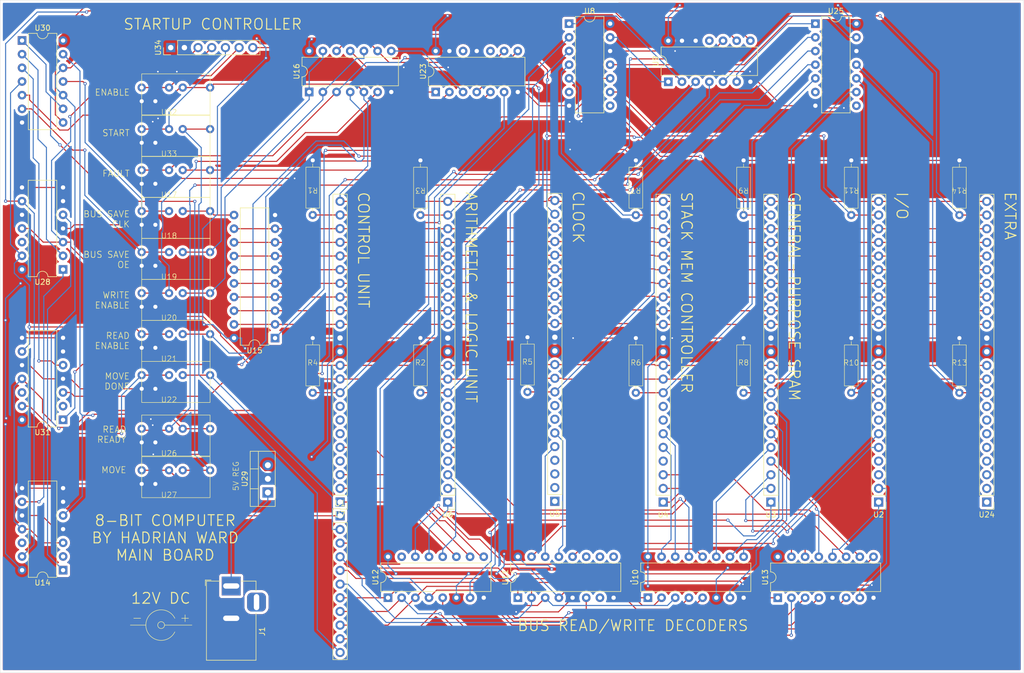
<source format=kicad_pcb>
(kicad_pcb (version 20240108) (generator "pcbnew") (generator_version "8.0")
  (title_block (title "Main board") (date "2024-06-24"))
  (layers (0 "F.Cu" signal) (31 "B.Cu" signal) (34 "B.Paste" user) (35 "F.Paste" user) (36 "B.SilkS" user "B.Silkscreen") (37 "F.SilkS" user "F.Silkscreen") (38 "B.Mask" user) (39 "F.Mask" user) (44 "Edge.Cuts" user))
  (net 0 "")
  (net 1 "Net-(U29-IN)")
  (net 2 "Net-(U10-GND)")
  (net 3 "Net-(U1-WA3)")
  (net 4 "Net-(U1-RA2)")
  (net 5 "Net-(U1-Move)")
  (net 6 "Net-(U1-WA1)")
  (net 7 "Net-(U1-RA1)")
  (net 8 "Net-(U1-RA0)")
  (net 9 "Net-(U1-RA3)")
  (net 10 "Net-(U1-WA2)")
  (net 11 "Net-(U1-Done)")
  (net 12 "Net-(U1-WA0)")
  (net 13 "Net-(U2-CLK_B)")
  (net 14 "Net-(U2-READ_READY)")
  (net 15 "Net-(U15-D0)")
  (net 16 "Net-(U2-FAULT)")
  (net 17 "Net-(U10-E1)")
  (net 18 "Net-(U13-Y3)")
  (net 19 "Net-(U11-Y0)")
  (net 20 "Net-(U14-0CLK)")
  (net 21 "Net-(U11-Y3)")
  (net 23 "Net-(U15-D5)")
  (net 25 "Net-(U15-D6)")
  (net 26 "Net-(U15-D1)")
  (net 27 "Net-(U15-D7)")
  (net 28 "Net-(U15-D4)")
  (net 31 "Net-(U15-D3)")
  (net 32 "Net-(U15-D2)")
  (net 33 "Net-(U13-Y7)")
  (net 34 "Net-(U13-Y1)")
  (net 35 "Net-(U12-Y7)")
  (net 36 "Net-(U13-Y0)")
  (net 37 "Net-(U3-FAULT)")
  (net 38 "Net-(U10-Y5)")
  (net 39 "Net-(U25-B0)")
  (net 40 "Net-(U10-Y6)")
  (net 41 "Net-(U10-Y4)")
  (net 42 "Net-(U10-Y7)")
  (net 43 "Net-(U13-Y2)")
  (net 44 "Net-(U13-Y4)")
  (net 46 "Net-(U4-FAULT)")
  (net 48 "Net-(U13-Y5)")
  (net 49 "Net-(U10-Y1)")
  (net 50 "Net-(U25-A3)")
  (net 52 "Net-(U10-Y0)")
  (net 53 "Net-(U12-Y1)")
  (net 54 "Net-(U11-Y2)")
  (net 56 "Net-(U25-A2)")
  (net 62 "Net-(U11-Y1)")
  (net 63 "Net-(U13-Y6)")
  (net 64 "Net-(U12-Y2)")
  (net 65 "Net-(U6-FAULT)")
  (net 66 "Net-(U12-Y3)")
  (net 69 "Net-(U10-Y2)")
  (net 70 "Net-(U25-A1)")
  (net 76 "Net-(U12-Y5)")
  (net 78 "Net-(U12-Y4)")
  (net 79 "Net-(U10-Y3)")
  (net 80 "Net-(U25-A0)")
  (net 81 "Net-(U12-Y6)")
  (net 82 "Net-(U7-FAULT)")
  (net 83 "Net-(U8-OA)")
  (net 84 "Net-(U17-OUT)")
  (net 85 "Net-(U8-OB)")
  (net 86 "Net-(U24-FAULT)")
  (net 87 "Net-(U31-0CLK)")
  (net 88 "Net-(U25-OA)")
  (net 89 "Net-(U25-OB)")
  (net 90 "Net-(U30-4Q)")
  (net 91 "Net-(U26-IN)")
  (net 92 "Net-(U14-1Q)")
  (net 94 "Net-(U10-E2#)")
  (net 99 "Net-(U12-E2#)")
  (net 101 "Net-(U14-0Q)")
  (net 103 "Net-(U14-1D)")
  (net 105 "Net-(U14-0D)")
  (net 106 "Net-(U15-OE#)")
  (net 107 "Net-(U15-CLK)")
  (net 108 "Net-(U16-3B)")
  (net 109 "Net-(U16-1A)")
  (net 110 "Net-(U1-Start)")
  (net 111 "Net-(U16-1B)")
  (net 112 "Net-(U16-3Q)")
  (net 113 "Net-(U16-1Q)")
  (net 114 "Net-(U16-4Q)")
  (net 115 "Net-(U18-IN)")
  (net 116 "Net-(U19-IN)")
  (net 117 "Net-(U16-2B)")
  (net 118 "Net-(U21-OUT)")
  (net 119 "Net-(U22-IN)")
  (net 124 "Net-(U24-READ_READY)")
  (net 131 "Net-(U27-OUT)")
  (net 133 "Net-(U28-0Q#)")
  (net 134 "Net-(U34-FAULT)")
  (net 135 "Net-(U30-1Q)")
  (net 142 "Net-(U16-2A)")
  (net 143 "Net-(U16-2Q)")
  (net 144 "Net-(U21-IN)")
  (net 145 "Net-(U32-IN)")
  (net 146 "Net-(U33-IN)")
  (footprint "custom_footprint_library:0.4_pitch_resistor" (layer "F.Cu") (at 190.045 105.88)
    (property "Reference" "R8")
    (property "Value" "1k")
  )
  (footprint "Package_DIP:DIP-14_W7.62mm" (layer "F.Cu") (at 176.07 53.165 90)
    (property "Reference" "U9")
    (property "Value" "~")
  )
  (footprint "custom_footprint_library:0.4_pitch_resistor" (layer "F.Cu") (at 210.045 105.88)
    (property "Reference" "R10")
    (property "Value" "1k")
  )
  (footprint "Connector_PinHeader_2.54mm:PinHeader_1x23_P2.54mm_Vertical" (layer "F.Cu") (at 135.125 131.28 180)
    (property "Reference" "U6")
    (property "Value" "~")
  )
  (footprint "custom_footprint_library:jumper" (layer "F.Cu") (at 83.365 112.765)
    (property "Reference" "U22")
    (property "Value" "~")
  )
  (footprint "custom_footprint_library:jumper" (layer "F.Cu") (at 83.365 67.045)
    (property "Reference" "U33")
    (property "Value" "~")
  )
  (footprint "custom_footprint_library:jumper" (layer "F.Cu") (at 83.365 122.725)
    (property "Reference" "U26")
    (property "Value" "~")
  )
  (footprint "Connector_PinHeader_2.54mm:PinHeader_1x23_P2.54mm_Vertical" (layer "F.Cu") (at 195.125 131.28 180)
    (property "Reference" "U3")
    (property "Value" "~")
  )
  (footprint "Package_DIP:DIP-14_W7.62mm" (layer "F.Cu") (at 132.88 55.075 90)
    (property "Reference" "U23")
    (property "Value" "~")
  )
  (footprint "Package_DIP:DIP-14_W7.62mm" (layer "F.Cu") (at 63.68 88.05 180)
    (property "Reference" "U28")
    (property "Value" "~")
  )
  (footprint "Connector_PinHeader_2.54mm:PinHeader_1x07_P2.54mm_Vertical" (layer "F.Cu") (at 83.675 46.82 90)
    (property "Reference" "U34")
    (property "Value" "~")
  )
  (footprint "custom_footprint_library:0.4_pitch_resistor" (layer "F.Cu") (at 170.045 105.88)
    (property "Reference" "R6")
    (property "Value" "1k")
  )
  (footprint "custom_footprint_library:0.4_pitch_resistor" (layer "F.Cu") (at 110.045 105.88)
    (property "Reference" "R4")
    (property "Value" "1k")
  )
  (footprint "Package_DIP:DIP-14_W7.62mm" (layer "F.Cu") (at 63.68 115.99 180)
    (property "Reference" "U31")
    (property "Value" "~")
  )
  (footprint "Connector_PinHeader_2.54mm:PinHeader_1x23_P2.54mm_Vertical" (layer "F.Cu") (at 115.125 131.265 180)
    (property "Reference" "U7")
    (property "Value" "~")
  )
  (footprint "custom_footprint_library:jumper" (layer "F.Cu") (at 83.365 89.905)
    (property "Reference" "U19")
    (property "Value" "~")
  )
  (footprint "Package_DIP:DIP-20_W7.62mm" (layer "F.Cu") (at 103.05 100.795 180)
    (property "Reference" "U15")
    (property "Value" "~")
  )
  (footprint "custom_footprint_library:jumper" (layer "F.Cu") (at 83.365 97.525)
    (property "Reference" "U20")
    (property "Value" "~")
  )
  (footprint "Package_DIP:DIP-16_W7.62mm" (layer "F.Cu") (at 196.395 149.06 90)
    (property "Reference" "U13")
    (property "Value" "~")
  )
  (footprint "Package_DIP:DIP-16_W7.62mm" (layer "F.Cu") (at 148.135 149.05 90)
    (property "Reference" "U11")
    (property "Value" "~")
  )
  (footprint "custom_footprint_library:0.4_pitch_resistor" (layer "F.Cu") (at 210.045 72.86 180)
    (property "Reference" "R11")
    (property "Value" "1k")
  )
  (footprint "Connector_BarrelJack:BarrelJack_Horizontal" (layer "F.Cu") (at 94.9095 146.865 90)
    (property "Reference" "J1")
    (property "Value" "Barrel_Jack")
  )
  (footprint "custom_footprint_library:jumper" (layer "F.Cu") (at 83.365 130.445)
    (property "Reference" "U27")
    (property "Value" "~")
  )
  (footprint "custom_footprint_library:0.4_pitch_resistor" (layer "F.Cu") (at 190.045 72.86 180)
    (property "Reference" "R9")
    (property "Value" "1k")
  )
  (footprint "Connector_PinHeader_2.54mm:PinHeader_1x23_P2.54mm_Vertical" (layer "F.Cu") (at 155 131.125 180)
    (property "Reference" "U5")
    (property "Value" "~")
  )
  (footprint "custom_footprint_library:0.4_pitch_resistor" (layer "F.Cu") (at 170.045 72.86 180)
    (property "Reference" "R7")
    (property "Value" "1k")
  )
  (footprint "custom_footprint_library:0.4_pitch_resistor" (layer "F.Cu") (at 230.125 72.86 180)
    (property "Reference" "R14")
    (property "Value" "1k")
  )
  (footprint "Package_DIP:DIP-16_W7.62mm" (layer "F.Cu") (at 172.28 149.05 90)
    (property "Reference" "U10")
    (property "Value" "~")
  )
  (footprint "Package_DIP:DIP-14_W7.62mm" (layer "F.Cu") (at 203.38 42.38)
    (property "Reference" "U25")
    (property "Value" "~")
  )
  (footprint "Package_DIP:DIP-14_W7.62mm" (layer "F.Cu") (at 109.39 55.07 90)
    (property "Reference" "U16")
    (property "Value" "~")
  )
  (footprint "custom_footprint_library:0.4_pitch_resistor" (layer "F.Cu") (at 110.045 72.845 180)
    (property "Reference" "R1")
    (property "Value" "1k")
  )
  (footprint "Connector_PinHeader_2.54mm:PinHeader_1x23_P2.54mm_Vertical" (layer "F.Cu") (at 215.125 131.28 180)
    (property "Reference" "U2")
    (property "Value" "~")
  )
  (footprint "custom_footprint_library:0.4_pitch_resistor" (layer "F.Cu") (at 130.045 72.86 180)
    (property "Reference" "R3")
    (property "Value" "1k")
  )
  (footprint "Connector_PinHeader_2.54mm:PinHeader_1x23_P2.54mm_Vertical" (layer "F.Cu") (at 175.125 131.28 180)
    (property "Reference" "U4")
    (property "Value" "~")
  )
  (footprint "custom_footprint_library:0.4_pitch_resistor" (layer "F.Cu") (at 149.92 105.725)
    (property "Reference" "R5")
    (property "Value" "1k")
  )
  (footprint "custom_footprint_library:0.4_pitch_resistor" (layer "F.Cu") (at 130.045 105.865)
    (property "Reference" "R2")
    (property "Value" "1k")
  )
  (footprint "custom_footprint_library:0.4_pitch_resistor" (layer "F.Cu") (at 230.125 105.88)
    (property "Reference" "R13")
    (property "Value" "1k")
  )
  (footprint "Package_DIP:DIP-14_W7.62mm" (layer "F.Cu") (at 56.07 45.5)
    (property "Reference" "U30")
    (property "Value" "~")
  )
  (footprint "Package_DIP:DIP-14_W7.62mm" (layer "F.Cu") (at 63.69 143.925 180)
    (property "Reference" "U14")
    (property "Value" "~")
  )
  (footprint "Package_DIP:DIP-14_W7.62mm" (layer "F.Cu") (at 157.65 42.375)
    (property "Reference" "U8")
    (property "Value" "~")
  )
  (footprint "custom_footprint_library:jumper" (layer "F.Cu") (at 83.365 82.285)
    (property "Reference" "U18")
    (property "Value" "~")
  )
  (footprint "Package_TO_SOT_THT:TO-220-3_Vertical" (layer "F.Cu") (at 101.709 129.497 90)
    (property "Reference" "U29")
    (property "Value" "L7805")
  )
  (footprint "custom_footprint_library:jumper" (layer "F.Cu") (at 83.365 105.145)
    (property "Reference" "U21")
    (property "Value" "~")
  )
  (footprint "custom_footprint_library:jumper" (layer "F.Cu") (at 83.365 59.325)
    (property "Reference" "U32")
    (property "Value" "~")
  )
  (footprint "Connector_PinHeader_2.54mm:PinHeader_1x23_P2.54mm_Vertical" (layer "F.Cu") (at 235.205 131.28 180)
    (property "Reference" "U24")
    (property "Value" "~")
  )
  (footprint "custom_footprint_library:jumper" (layer "F.Cu") (at 83.365 74.665)
    (property "Reference" "U17")
    (property "Value" "~")
  )
  (footprint "Package_DIP:DIP-16_W7.62mm" (layer "F.Cu") (at 124.02 149.05 90)
    (property "Reference" "U12")
    (property "Value" "~")
  )
  (footprint "Connector_PinHeader_2.54mm:PinHeader_1x11_P2.54mm_Vertical" (layer "F.Cu") (at 115.125 133.82)
    (property "Reference" "U1")
    (property "Value" "~")
  )
  (gr_line (start 86.342 152.23) (end 86.342 153.5) (stroke (width 0.1)) (layer "F.SilkS"))
  (gr_arc (start 84.437 155.405) (mid 79.057194 154.135) (end 84.437 152.865) (stroke (width 0.1)) (layer "F.SilkS"))
  (gr_line (start 82.532 154.135) (end 87.612 154.135) (stroke (width 0.1)) (layer "F.SilkS"))
  (gr_line (start 79.057194 154.135) (end 76.182 154.135) (stroke (width 0.1)) (layer "F.SilkS"))
  (gr_line (start 86.977 152.865) (end 85.707 152.865) (stroke (width 0.1)) (layer "F.SilkS"))
  (gr_line (start 78.087 152.865) (end 76.817 152.865) (stroke (width 0.1)) (layer "F.SilkS"))
  (gr_circle (center 81.897 154.135) (end 81.897 153.5) (stroke (width 0.1)) (fill none) (layer "F.SilkS"))
  (gr_rect (start 52 38) (end 242 163) (stroke (width 0.05)) (fill none) (layer "Edge.Cuts"))
  (gr_text "GENERAL-PURPOSE SRAM" (at 198.3 73.495 270) (layer "F.SilkS") (effects (font (size 2 2) (thickness 0.2)) (justify left bottom)))
  (gr_text "STARTUP CONTROLLER" (at 74.785 43.645 0) (layer "F.SilkS") (effects (font (size 2 2) (thickness 0.2)) (justify left bottom)))
  (gr_text "ARITHMETIC & LOGIC UNIT" (at 138.3 73.495 270) (layer "F.SilkS") (effects (font (size 2 2) (thickness 0.2)) (justify left bottom)))
  (gr_text "STACK MEM CONTROLLER" (at 178.3 73.495 270) (layer "F.SilkS") (effects (font (size 2 2) (thickness 0.2)) (justify left bottom)))
  (gr_text "12V DC" (at 76.182 150.325 0) (layer "F.SilkS") (effects (font (size 2 2) (thickness 0.2)) (justify left bottom)))
  (gr_text "CONTROL UNIT" (at 118.3 73.495 270) (layer "F.SilkS") (effects (font (size 2 2) (thickness 0.2)) (justify left bottom)))
  (gr_text "I/O" (at 218.3 73.495 270) (layer "F.SilkS") (effects (font (size 2 2) (thickness 0.2)) (justify left bottom)))
  (gr_text "CLOCK" (at 158.175 73.355 270) (layer "F.SilkS") (effects (font (size 2 2) (thickness 0.2)) (justify left bottom)))
  (gr_text "BUS READ/WRITE DECODERS" (at 147.937 155.405 0) (layer "F.SilkS") (effects (font (size 2 2) (thickness 0.2)) (justify left bottom)))
  (gr_text "5V REG" (at 96.375 129.243 90) (layer "F.SilkS") (effects (font (size 1 1) (thickness 0.1)) (justify left bottom)))
  (gr_text "EXTRA" (at 238.38 73.495 -90) (layer "F.SilkS") (effects (font (size 2 2) (thickness 0.2)) (justify left bottom)))
  (gr_text_box "\nREAD\nREADY\n\n\nMOVE" (start 68.125 114.3275) (end 76.38 131.5225) (layer "F.SilkS") (effects (font (size 1.17 1.17) (thickness 0.117)) (justify right top)) (border no))
  (gr_text_box "8-BIT COMPUTER\nBY HADRIAN WARD\nMAIN BOARD" (start 66.784 132.037) (end 98.534 143.721) (layer "F.SilkS") (effects (font (size 2 2) (thickness 0.2)) (justify top)) (border no) (stroke (width 0.05)))
  (gr_text_box "\nENABLE\n\n\n\nSTART\n\n\n\nFAULT\n\n\n\nBUS SAVE\nCLK\n\n\nBUS SAVE\nOE\n\n\nWRITE\nENABLE\n\n\nREAD\nENABLE\n\n\nMOVE\nDONE" (start 66.22 51.705) (end 77.015 112.765) (layer "F.SilkS") (effects (font (size 1.17 1.17) (thickness 0.117)) (justify right top)) (border no))
  (segment (start 101.709 129.497) (end 101.709 131.0512) (width 0.2) (layer "B.Cu") (net 1))
  (segment (start 94.9095 137.8507) (end 94.9095 146.865) (width 0.2) (layer "B.Cu") (net 1))
  (segment (start 101.709 131.0512) (end 94.9095 137.8507) (width 0.2) (layer "B.Cu") (net 1))
  (segment (start 203.38 57.62) (end 204.7817 57.62) (width 0.2) (layer "F.Cu") (net 2))
  (segment (start 65.0817 80.43) (end 65.7667 79.745) (width 0.2) (layer "F.Cu") (net 2))
  (segment (start 78.285 94.985) (end 80.825 94.985) (width 0.2) (layer "F.Cu") (net 2))
  (segment (start 63.68 80.43) (end 65.0817 80.43) (width 0.2) (layer "F.Cu") (net 2))
  (segment (start 110.1734 67.8934) (end 129.9316 67.8934) (width 0.2) (layer "F.Cu") (net 2))
  (segment (start 164.4815 147.6165) (end 159.7285 147.6165) (width 0.2) (layer "F.Cu") (net 2))
  (segment (start 215.125 100.8) (end 230.125 100.8) (width 0.2) (layer "F.Cu") (net 2))
  (segment (start 158.295 149.05) (end 155.6689 151.6761) (width 0.2) (layer "F.Cu") (net 2))
  (segment (start 80.333 116.2008) (end 80.333 116.9738) (width 0.2) (layer "F.Cu") (net 2))
  (segment (start 155 100.645) (end 149.92 100.645) (width 0.2) (layer "F.Cu") (net 2))
  (segment (start 135.1977 50.491) (end 126.9527 50.491) (width 0.2) (layer "F.Cu") (net 2))
  (segment (start 81.8218 71.1282) (end 106.682 71.1282) (width 0.2) (layer "F.Cu") (net 2))
  (segment (start 78.285 127.905) (end 80.825 127.905) (width 0.2) (layer "F.Cu") (net 2))
  (segment (start 63.69 136.305) (end 62.2883 136.305) (width 0.2) (layer "F.Cu") (net 2))
  (segment (start 184.6197 51.2652) (end 191.2398 51.2652) (width 0.2) (layer "F.Cu") (net 2))
  (segment (start 63.68 72.81) (end 56.06 72.81) (width 0.2) (layer "F.Cu") (net 2))
  (segment (start 206.555 149.06) (end 204.0386 146.5436) (width 0.2) (layer "F.Cu") (net 2))
  (segment (start 170.045 100.8) (end 158.3945 100.8) (width 0.2) (layer "F.Cu") (net 2))
  (segment (start 80.721 60.5855) (end 81.3235 59.983) (width 0.2) (layer "F.Cu") (net 2))
  (segment (start 63.68 100.75) (end 56.06 100.75) (width 0.2) (layer "F.Cu") (net 2))
  (segment (start 78.285 102.605) (end 80.825 102.605) (width 0.2) (layer "F.Cu") (net 2))
  (segment (start 230.125 100.8) (end 235.205 100.8) (width 0.2) (layer "F.Cu") (net 2))
  (segment (start 149.5217 55.075) (end 152.0617 57.615) (width 0.2) (layer "F.Cu") (net 2))
  (segment (start 181.15 45.545) (end 178.61 45.545) (width 0.2) (layer "F.Cu") (net 2))
  (segment (start 130.045 100.785) (end 133.6583 100.785) (width 0.2) (layer "F.Cu") (net 2))
  (segment (start 159.7285 147.6165) (end 158.295 149.05) (width 0.2) (layer "F.Cu") (net 2))
  (segment (start 113.6583 100.8) (end 113.6733 100.785) (width 0.2) (layer "F.Cu") (net 2))
  (segment (start 78.285 56.785) (end 80.825 56.785) (width 0.2) (layer "F.Cu") (net 2))
  (segment (start 78.285 110.225) (end 80.825 110.225) (width 0.2) (layer "F.Cu") (net 2))
  (segment (start 114.6329 100.785) (end 113.6733 100.785) (width 0.2) (layer "F.Cu") (net 2))
  (segment (start 208.6778 58.0321) (end 205.1938 58.0321) (width 0.2) (layer "F.Cu") (net 2))
  (segment (start 114.6329 100.785) (end 115.125 100.785) (width 0.2) (layer "F.Cu") (net 2))
  (segment (start 78.285 79.745) (end 80.825 79.745) (width 0.2) (layer "F.Cu") (net 2))
  (segment (start 66.9367 110.225) (end 78.285 110.225) (width 0.2) (layer "F.Cu") (net 2))
  (segment (start 197.1667 57.62) (end 192.7117 53.165) (width 0.2) (layer "F.Cu") (net 2))
  (segment (start 195.125 100.8) (end 210.045 100.8) (width 0.2) (layer "F.Cu") (net 2))
  (segment (start 63.69 128.685) (end 56.07 128.685) (width 0.2) (layer "F.Cu") (net 2))
  (segment (start 165.27 47.455) (end 166.6717 47.455) (width 0.2) (layer "F.Cu") (net 2))
  (segment (start 210.045 67.78) (end 190.045 67.78) (width 0.2) (layer "F.Cu") (net 2))
  (segment (start 166.6717 47.455) (end 177.3293 47.455) (width 0.2) (layer "F.Cu") (net 2))
  (segment (start 136.7317 100.645) (end 136.5767 100.8) (width 0.2) (layer "F.Cu") (net 2))
  (segment (start 81.2946 51.289) (end 84.8137 51.289) (width 0.2) (layer "F.Cu") (net 2))
  (segment (start 189.9325 146.5436) (end 189.3506 145.9617) (width 0.2) (layer "F.Cu") (net 2))
  (segment (start 155.6689 151.6761) (end 147.8179 151.6761) (width 0.2) (layer "F.Cu") (net 2))
  (segment (start 189.3506 145.9617) (end 169.1347 145.9617) (width 0.2) (layer "F.Cu") (net 2))
  (segment (start 135.125 100.8) (end 136.5767 100.8) (width 0.2) (layer "F.Cu") (net 2))
  (segment (start 65.7667 79.745) (end 78.285 79.745) (width 0.2) (layer "F.Cu") (net 2))
  (segment (start 208.9105 146.7045) (end 213.8686 146.7045) (width 0.2) (layer "F.Cu") (net 2))
  (segment (start 110.045 100.8) (end 113.6583 100.8) (width 0.2) (layer "F.Cu") (net 2))
  (segment (start 135.125 100.8) (end 133.6733 100.8) (width 0.2) (layer "F.Cu") (net 2))
  (segment (start 78.285 87.365) (end 80.825 87.365) (width 0.2) (layer "F.Cu") (net 2))
  (segment (start 63.68 108.37) (end 62.2783 108.37) (width 0.2) (layer "F.Cu") (net 2))
  (segment (start 78.285 72.125) (end 80.825 72.125) (width 0.2) (layer "F.Cu") (net 2))
  (segment (start 170.045 67.78) (end 168.0177 65.7527) (width 0.2) (layer "F.Cu") (net 2))
  (segment (start 57.4617 105.83) (end 60.0017 108.37) (width 0.2) (layer "F.Cu") (net 2))
  (segment (start 210.045 100.8) (end 215.125 100.8) (width 0.2) (layer "F.Cu") (net 2))
  (segment (start 204.0386 146.5436) (end 189.9325 146.5436) (width 0.2) (layer "F.Cu") (net 2))
  (segment (start 129.9316 67.8934) (end 130.045 67.78) (width 0.2) (layer "F.Cu") (net 2))
  (segment (start 115.125 100.785) (end 130.045 100.785) (width 0.2) (layer "F.Cu") (net 2))
  (segment (start 80.333 60.5855) (end 80.721 60.5855) (width 0.2) (layer "F.Cu") (net 2))
  (segment (start 65.0817 108.37) (end 66.9367 110.225) (width 0.2) (layer "F.Cu") (net 2))
  (segment (start 80.825 72.125) (end 81.8218 71.1282) (width 0.2) (layer "F.Cu") (net 2))
  (segment (start 56.06 105.83) (end 57.4617 105.83) (width 0.2) (layer "F.Cu") (net 2))
  (segment (start 65.8717 127.905) (end 78.285 127.905) (width 0.2) (layer "F.Cu") (net 2))
  (segment (start 165.915 149.05) (end 164.4815 147.6165) (width 0.2) (layer "F.Cu") (net 2))
  (segment (start 133.6583 100.785) (end 133.6733 100.8) (width 0.2) (layer "F.Cu") (net 2))
  (segment (start 152.0617 57.615) (end 156.2483 57.615) (width 0.2) (layer "F.Cu") (net 2))
  (segment (start 78.285 64.505) (end 80.825 64.505) (width 0.2) (layer "F.Cu") (net 2))
  (segment (start 157.65 57.615) (end 156.2483 57.615) (width 0.2) (layer "F.Cu") (net 2))
  (segment (start 206.555 149.06) (end 208.9105 146.7045) (width 0.2) (layer "F.Cu") (net 2))
  (segment (start 63.69 128.685) (end 65.0917 128.685) (width 0.2) (layer "F.Cu") (net 2))
  (segment (start 203.38 57.62) (end 197.1667 57.62) (width 0.2) (layer "F.Cu") (net 2))
  (segment (start 59.7483 133.765) (end 56.07 133.765) (width 0.2) (layer "F.Cu") (net 2))
  (segment (start 230.125 67.78) (end 210.045 67.78) (width 0.2) (layer "F.Cu") (net 2))
  (segment (start 97.1565 122.4045) (end 80.4404 122.4045) (width 0.2) (layer "F.Cu") (net 2))
  (segment (start 157.7464 60.5995) (end 159.9637 60.5995) (width 0.2) (layer "F.Cu") (net 2))
  (segment (start 190.045 100.8) (end 176.8035 100.8) (width 0.2) (layer "F.Cu") (net 2))
  (segment (start 60.0017 108.37) (end 62.2783 108.37) (width 0.2) (layer "F.Cu") (net 2))
  (segment (start 101.709 126.957) (end 97.1565 122.4045) (width 0.2) (layer "F.Cu") (net 2))
  (segment (start 148.12 55.075) (end 149.5217 55.075) (width 0.2) (layer "F.Cu") (net 2))
  (segment (start 190.045 100.8) (end 195.125 100.8) (width 0.2) (layer "F.Cu") (net 2))
  (segment (start 149.92 100.645) (end 136.7317 100.645) (width 0.2) (layer "F.Cu") (net 2))
  (segment (start 62.2883 136.305) (end 59.7483 133.765) (width 0.2) (layer "F.Cu") (net 2))
  (segment (start 65.0917 128.685) (end 65.8717 127.905) (width 0.2) (layer "F.Cu") (net 2))
  (segment (start 63.68 108.37) (end 65.0817 108.37) (width 0.2) (layer "F.Cu") (net 2))
  (segment (start 168.0177 65.7527) (end 157.8341 65.7527) (width 0.2) (layer "F.Cu") (net 2))
  (segment (start 205.1938 58.0321) (end 204.7817 57.62) (width 0.2) (layer "F.Cu") (net 2))
  (segment (start 79.9846 115.8524) (end 80.333 116.2008) (width 0.2) (layer "F.Cu") (net 2))
  (segment (start 175.125 100.8) (end 170.045 100.8) (width 0.2) (layer "F.Cu") (net 2))
  (segment (start 110.045 67.765) (end 110.1734 67.8934) (width 0.2) (layer "F.Cu") (net 2))
  (segment (start 191.31 53.165) (end 192.7117 53.165) (width 0.2) (layer "F.Cu") (net 2))
  (via (at 80.333 60.5855) (size 0.6) (drill 0.3) (layers "F.Cu" "B.Cu") (net 2))
  (via (at 157.8341 65.7527) (size 0.6) (drill 0.3) (layers "F.Cu" "B.Cu") (net 2))
  (via (at 169.1347 145.9617) (size 0.6) (drill 0.3) (layers "F.Cu" "B.Cu") (net 2))
  (via (at 147.8179 151.6761) (size 0.6) (drill 0.3) (layers "F.Cu" "B.Cu") (net 2))
  (via (at 191.2398 51.2652) (size 0.6) (drill 0.3) (layers "F.Cu" "B.Cu") (net 2))
  (via (at 189.9325 146.5436) (size 0.6) (drill 0.3) (layers "F.Cu" "B.Cu") (net 2))
  (via (at 157.7464 60.5995) (size 0.6) (drill 0.3) (layers "F.Cu" "B.Cu") (net 2))
  (via (at 213.8686 146.7045) (size 0.6) (drill 0.3) (layers "F.Cu" "B.Cu") (net 2))
  (via (at 84.8137 51.289) (size 0.6) (drill 0.3) (layers "F.Cu" "B.Cu") (net 2))
  (via (at 79.9846 115.8524) (size 0.6) (drill 0.3) (layers "F.Cu" "B.Cu") (net 2))
  (via (at 177.3293 47.455) (size 0.6) (drill 0.3) (layers "F.Cu" "B.Cu") (net 2))
  (via (at 81.3235 59.983) (size 0.6) (drill 0.3) (layers "F.Cu" "B.Cu") (net 2))
  (via (at 176.8035 100.8) (size 0.6) (drill 0.3) (layers "F.Cu" "B.Cu") (net 2))
  (via (at 208.6778 58.0321) (size 0.6) (drill 0.3) (layers "F.Cu" "B.Cu") (net 2))
  (via (at 80.4404 122.4045) (size 0.6) (drill 0.3) (layers "F.Cu" "B.Cu") (net 2))
  (via (at 81.2946 51.289) (size 0.6) (drill 0.3) (layers "F.Cu" "B.Cu") (net 2))
  (via (at 158.3945 100.8) (size 0.6) (drill 0.3) (layers "F.Cu" "B.Cu") (net 2))
  (via (at 80.333 116.9738) (size 0.6) (drill 0.3) (layers "F.Cu" "B.Cu") (net 2))
  (via (at 106.682 71.1282) (size 0.6) (drill 0.3) (layers "F.Cu" "B.Cu") (net 2))
  (via (at 159.9637 60.5995) (size 0.6) (drill 0.3) (layers "F.Cu" "B.Cu") (net 2))
  (via (at 135.1977 50.491) (size 0.6) (drill 0.3) (layers "F.Cu" "B.Cu") (net 2))
  (via (at 184.6197 51.2652) (size 0.6) (drill 0.3) (layers "F.Cu" "B.Cu") (net 2))
  (via (at 126.9527 50.491) (size 0.6) (drill 0.3) (layers "F.Cu" "B.Cu") (net 2))
  (segment (start 124.63 55.07) (end 124.63 62.365) (width 0.2) (layer "B.Cu") (net 2))
  (segment (start 208.6778 66.4128) (end 210.045 67.78) (width 0.2) (layer "B.Cu") (net 2))
  (segment (start 54.6327 73.5364) (end 54.6327 76.4627) (width 0.2) (layer "B.Cu") (net 2))
  (segment (start 80.825 127.905) (end 80.825 122.7891) (width 0.2) (layer "B.Cu") (net 2))
  (segment (start 78.285 120.185) (end 79.555 121.455) (width 0.2) (layer "B.Cu") (net 2))
  (segment (start 63.68 103.29) (end 62.2048 104.7652) (width 0.2) (layer "B.Cu") (net 2))
  (segment (start 157.65 60.5031) (end 157.7464 60.5995) (width 0.2) (layer "B.Cu") (net 2))
  (segment (start 103.05 77.935) (end 103.05 74.7602) (width 0.2) (layer "B.Cu") (net 2))
  (segment (start 214.175 147.0109) (end 214.175 149.06) (width 0.2) (layer "B.Cu") (net 2))
  (segment (start 135.42 48.8775) (end 135.42 50.2687) (width 0.2) (layer "B.Cu") (net 2))
  (segment (start 84.8137 51.289) (end 86.215 49.8877) (width 0.2) (layer "B.Cu") (net 2))
  (segment (start 157.7464 60.5995) (end 157.7464 65.665) (width 0.2) (layer "B.Cu") (net 2))
  (segment (start 54.6327 76.4627) (end 56.06 77.89) (width 0.2) (layer "B.Cu") (net 2))
  (segment (start 147.8179 151.6761) (end 145.8278 151.6761) (width 0.2) (layer "B.Cu") (net 2))
  (segment (start 79.9846 111.0654) (end 79.9846 115.8524) (width 0.2) (layer "B.Cu") (net 2))
  (segment (start 62.2048 106.8948) (end 63.68 108.37) (width 0.2) (layer "B.Cu") (net 2))
  (segment (start 211.4803 69.2153) (end 211.4803 99.3647) (width 0.2) (layer "B.Cu") (net 2))
  (segment (start 191.31 53.165) (end 191.31 51.3354) (width 0.2) (layer "B.Cu") (net 2))
  (segment (start 57.4717 130.0867) (end 57.4717 132.3633) (width 0.2) (layer "B.Cu") (net 2))
  (segment (start 56.06 71.4083) (end 56.07 71.3983) (width 0.2) (layer "B.Cu") (net 2))
  (segment (start 207.7562 53.2438) (end 207.7562 50.7038) (width 0.2) (layer "B.Cu") (net 2))
  (segment (start 62.2603 79.0103) (end 62.2603 76.7697) (width 0.2) (layer "B.Cu") (net 2))
  (segment (start 176.5767 100.8) (end 176.8035 100.8) (width 0.2) (layer "B.Cu") (net 2))
  (segment (start 80.825 120.185) (end 80.333 119.693) (width 0.2) (layer "B.Cu") (net 2))
  (segment (start 80.825 51.7586) (end 80.825 56.785) (width 0.2) (layer "B.Cu") (net 2))
  (segment (start 103.05 74.7602) (end 106.682 71.1282) (width 0.2) (layer "B.Cu") (net 2))
  (segment (start 86.215 49.8877) (end 86.215 46.82) (width 0.2) (layer "B.Cu") (net 2))
  (segment (start 80.825 79.745) (end 80.825 87.365) (width 0.2) (layer "B.Cu") (net 2))
  (segment (start 94.9095 152.865) (end 80.825 138.7805) (width 0.2) (layer "B.Cu") (net 2))
  (segment (start 80.825 122.7891) (end 80.4404 122.4045) (width 0.2) (layer "B.Cu") (net 2))
  (segment (start 213.8686 146.7045) (end 214.175 147.0109) (width 0.2) (layer "B.Cu") (net 2))
  (segment (start 63.68 80.43) (end 62.2603 79.0103) (width 0.2) (layer "B.Cu") (net 2))
  (segment (start 80.4404 122.3404) (end 80.4404 122.4045) (width 0.2) (layer "B.Cu") (net 2))
  (segment (start 159.9637 60.5995) (end 160.2778 60.2854) (width 0.2) (layer "B.Cu") (net 2))
  (segment (start 207.7562 50.7038) (end 211 47.46) (width 0.2) (layer "B.Cu") (net 2))
  (segment (start 148.12 55.075) (end 148.12 53.6733) (width 0.2) (layer "B.Cu") (net 2))
  (segment (start 80.825 72.125) (end 80.825 79.745) (width 0.2) (layer "B.Cu") (net 2))
  (segment (start 175.125 100.8) (end 176.5767 100.8) (width 0.2) (layer "B.Cu") (net 2))
  (segment (start 168.6802 145.9617) (end 169.1347 145.9617) (width 0.2) (layer "B.Cu") (net 2))
  (segment (start 110.045 67.765) (end 106.682 71.128) (width 0.2) (layer "B.Cu") (net 2))
  (segment (start 168.6802 145.9617) (end 168.6802 102.1648) (width 0.2) (layer "B.Cu") (net 2))
  (segment (start 56.07 128.685) (end 57.4717 130.0867) (width 0.2) (layer "B.Cu") (net 2))
  (segment (start 79.555 121.455) (end 80.825 120.185) (width 0.2) (layer "B.Cu") (net 2))
  (segment (start 167.6016 145.9617) (end 168.6802 145.9617) (width 0.2) (layer "B.Cu") (net 2))
  (segment (start 140.5 47.455) (end 139.0775 48.8775) (width 0.2) (layer "B.Cu") (net 2))
  (segment (start 191.31 51.3354) (end 191.2398 51.2652) (width 0.2) (layer "B.Cu") (net 2))
  (segment (start 210.045 67.78) (end 211.4803 69.2153) (width 0.2) (layer "B.Cu") (net 2))
  (segment (start 135.42 47.455) (end 135.42 48.8775) (width 0.2) (layer "B.Cu") (net 2))
  (segment (start 63.68 100.75) (end 63.68 103.29) (width 0.2) (layer "B.Cu") (net 2))
  (segment (start 139.0775 48.8775) (end 135.42 48.8775) (width 0.2) (layer "B.Cu") (net 2))
  (segment (start 80.825 64.505) (end 80.825 72.125) (width 0.2) (layer "B.Cu") (net 2))
  (segment (start 178.61 46.9467) (end 177.8376 46.9467) (width 0.2) (layer "B.Cu") (net 2))
  (segment (start 181.15 45.545) (end 181.15 47.7955) (width 0.2) (layer "B.Cu") (net 2))
  (segment (start 141.8 149.05) (end 143.2017 149.05) (width 0.2) (layer "B.Cu") (net 2))
  (segment (start 160.2778 52.4472) (end 165.27 47.455) (width 0.2) (layer "B.Cu") (net 2))
  (segment (start 145.8278 151.6761) (end 143.2017 149.05) (width 0.2) (layer "B.Cu") (net 2))
  (segment (start 80.825 87.365) (end 80.825 94.985) (width 0.2) (layer "B.Cu") (net 2))
  (segment (start 56.06 72.1091) (end 56.06 71.4083) (width 0.2) (layer "B.Cu") (net 2))
  (segment (start 190.06 146.6711) (end 189.9325 146.5436) (width 0.2) (layer "B.Cu") (net 2))
  (segment (start 124.63 52.8137) (end 126.9527 50.491) (width 0.2) (layer "B.Cu") (net 2))
  (segment (start 81.2946 51.289) (end 80.825 51.7586) (width 0.2) (layer "B.Cu") (net 2))
  (segment (start 106.682 71.128) (end 106.682 71.1282) (width 0.2) (layer "B.Cu") (net 2))
  (segment (start 63.69 131.225) (end 63.69 128.685) (width 0.2) (layer "B.Cu") (net 2))
  (segment (start 124.63 62.365) (end 130.045 67.78) (width 0.2) (layer "B.Cu") (net 2))
  (segment (start 190.06 149.05) (end 190.06 146.6711) (width 0.2) (layer "B.Cu") (net 2))
  (segment (start 80.333 119.693) (end 80.333 116.9738) (width 0.2) (layer "B.Cu") (net 2))
  (segment (start 211.4803 99.3647) (end 210.045 100.8) (width 0.2) (layer "B.Cu") (net 2))
  (segment (start 208.6778 58.0321) (end 208.6778 66.4128) (width 0.2) (layer "B.Cu") (net 2))
  (segment (start 62.2048 104.7652) (end 62.2048 106.8948) (width 0.2) (layer "B.Cu") (net 2))
  (segment (start 124.63 55.07) (end 124.63 52.8137) (width 0.2) (layer "B.Cu") (net 2))
  (segment (start 80.825 64.505) (end 80.333 64.013) (width 0.2) (layer "B.Cu") (net 2))
  (segment (start 80.333 64.013) (end 80.333 60.5855) (width 0.2) (layer "B.Cu") (net 2))
  (segment (start 165.915 149.05) (end 165.915 147.6483) (width 0.2) (layer "B.Cu") (net 2))
  (segment (start 80.825 56.785) (end 81.3235 57.2835) (width 0.2) (layer "B.Cu") (net 2))
  (segment (start 165.915 147.6483) (end 167.6016 145.9617) (width 0.2) (layer "B.Cu") (net 2))
  (segment (start 56.07 71.3983) (end 56.07 60.74) (width 0.2) (layer "B.Cu") (net 2))
  (segment (start 80.825 110.225) (end 80.825 102.605) (width 0.2) (layer "B.Cu") (net 2))
  (segment (start 203.38 57.62) (end 207.7562 53.2438) (width 0.2) (layer "B.Cu") (net 2))
  (segment (start 56.06 72.1091) (end 54.6327 73.5364) (width 0.2) (layer "B.Cu") (net 2))
  (segment (start 157.65 57.615) (end 157.65 60.5031) (width 0.2) (layer "B.Cu") (net 2))
  (segment (start 160.2778 60.2854) (end 160.2778 52.4472) (width 0.2) (layer "B.Cu") (net 2))
  (segment (start 148.12 53.6733) (end 146.7183 53.6733) (width 0.2) (layer "B.Cu") (net 2))
  (segment (start 135.42 50.2687) (end 135.1977 50.491) (width 0.2) (layer "B.Cu") (net 2))
  (segment (start 181.15 47.7955) (end 184.6197 51.2652) (width 0.2) (layer "B.Cu") (net 2))
  (segment (start 80.825 138.7805) (end 80.825 127.905) (width 0.2) (layer "B.Cu") (net 2))
  (segment (start 79.555 121.455) (end 80.4404 122.3404) (width 0.2) (layer "B.Cu") (net 2))
  (segment (start 157.7464 65.665) (end 157.8341 65.7527) (width 0.2) (layer "B.Cu") (net 2))
  (segment (start 57.4717 132.3633) (end 56.07 133.765) (width 0.2) (layer "B.Cu") (net 2))
  (segment (start 158.2395 100.645) (end 158.3945 100.8) (width 0.2) (layer "B.Cu") (net 2))
  (segment (start 56.06 72.81) (end 56.06 72.1091) (width 0.2) (layer "B.Cu") (net 2))
  (segment (start 178.61 45.545) (end 178.61 46.9467) (width 0.2) (layer "B.Cu") (net 2))
  (segment (start 81.3235 57.2835) (end 81.3235 59.983) (width 0.2) (layer "B.Cu") (net 2))
  (segment (start 80.825 110.225) (end 79.9846 111.0654) (width 0.2) (layer "B.Cu") (net 2))
  (segment (start 155 100.645) (end 158.2395 100.645) (width 0.2) (layer "B.Cu") (net 2))
  (segment (start 146.7183 53.6733) (end 140.5 47.455) (width 0.2) (layer "B.Cu") (net 2))
  (segment (start 168.6802 102.1648) (end 170.045 100.8) (width 0.2) (layer "B.Cu") (net 2))
  (segment (start 80.825 102.605) (end 80.825 94.985) (width 0.2) (layer "B.Cu") (net 2))
  (segment (start 177.8376 46.9467) (end 177.3293 47.455) (width 0.2) (layer "B.Cu") (net 2))
  (segment (start 63.68 75.35) (end 63.68 72.81) (width 0.2) (layer "B.Cu") (net 2))
  (segment (start 62.2603 76.7697) (end 63.68 75.35) (width 0.2) (layer "B.Cu") (net 2))
  (segment (start 160.835 151.8337) (end 160.835 150.4517) (width 0.2) (layer "F.Cu") (net 3))
  (segment (start 179.604 151.886) (end 160.8873 151.886) (width 0.2) (layer "F.Cu") (net 3))
  (segment (start 160.835 149.05) (end 160.835 150.4517) (width 0.2) (layer "F.Cu") (net 3))
  (segment (start 160.8873 151.886) (end 160.835 151.8337) (width 0.2) (layer "F.Cu") (net 3))
  (segment (start 182.44 149.05) (end 179.604 151.886) (width 0.2) (layer "F.Cu") (net 3))
  (segment (start 160.835 151.8337) (end 157.5994 151.8337) (width 0.2) (layer "F.Cu") (net 3))
  (via (at 157.5994 151.8337) (size 0.6) (drill 0.3) (layers "F.Cu" "B.Cu") (net 3))
  (segment (start 123.7024 153.6457) (end 116.5767 146.52) (width 0.2) (layer "B.Cu") (net 3))
  (segment (start 115.125 146.52) (end 116.5767 146.52) (width 0.2) (layer "B.Cu") (net 3))
  (segment (start 155.7874 153.6457) (end 123.7024 153.6457) (width 0.2) (layer "B.Cu") (net 3))
  (segment (start 157.5994 151.8337) (end 155.7874 153.6457) (width 0.2) (layer "B.Cu") (net 3))
  (segment (start 131.2099 146.9401) (end 142.6925 146.9401) (width 0.2) (layer "F.Cu") (net 4))
  (segment (start 142.6925 146.9401) (end 144.9607 149.2083) (width 0.2) (layer "F.Cu") (net 4))
  (segment (start 144.9607 149.2083) (end 144.9607 151.0863) (width 0.2) (layer "F.Cu") (net 4))
  (segment (start 147.3115 153.4371) (end 197.0979 153.4371) (width 0.2) (layer "F.Cu") (net 4))
  (segment (start 197.0979 153.4371) (end 201.475 149.06) (width 0.2) (layer "F.Cu") (net 4))
  (segment (start 144.9607 151.0863) (end 147.3115 153.4371) (width 0.2) (layer "F.Cu") (net 4))
  (segment (start 129.1 149.05) (end 131.2099 146.9401) (width 0.2) (layer "F.Cu") (net 4))
  (segment (start 115.125 154.14) (end 124.01 154.14) (width 0.2) (layer "F.Cu") (net 4))
  (segment (start 124.01 154.14) (end 129.1 149.05) (width 0.2) (layer "F.Cu") (net 4))
  (segment (start 115.125 133.82) (end 91.82 133.82) (width 0.2) (layer "F.Cu") (net 5))
  (segment (start 91.82 133.82) (end 83.365 125.365) (width 0.2) (layer "F.Cu") (net 5))
  (segment (start 83.365 125.365) (end 78.285 125.365) (width 0.2) (layer "F.Cu") (net 5))
  (segment (start 174.82 149.05) (end 173.3874 150.4826) (width 0.2) (layer "F.Cu") (net 6))
  (segment (start 152.1102 146.2131) (end 150.675 147.6483) (width 0.2) (layer "F.Cu") (net 6))
  (segment (start 173.3874 150.4826) (end 171.2498 150.4826) (width 0.2) (layer "F.Cu") (net 6))
  (segment (start 150.675 149.05) (end 150.675 147.6483) (width 0.2) (layer "F.Cu") (net 6))
  (segment (start 171.2498 150.4826) (end 166.9803 146.2131) (width 0.2) (layer "F.Cu") (net 6))
  (segment (start 166.9803 146.2131) (end 152.1102 146.2131) (width 0.2) (layer "F.Cu") (net 6))
  (segment (start 119.2204 145.5354) (end 115.125 141.44) (width 0.2) (layer "B.Cu") (net 6))
  (segment (start 144.0143 152.9141) (end 144.0128 152.9126) (width 0.2) (layer "B.Cu") (net 6))
  (segment (start 125.3803 152.9126) (end 119.2204 146.7527) (width 0.2) (layer "B.Cu") (net 6))
  (segment (start 150.675 149.05) (end 150.675 150.4517) (width 0.2) (layer "B.Cu") (net 6))
  (segment (start 119.2204 146.7527) (end 119.2204 145.5354) (width 0.2) (layer "B.Cu") (net 6))
  (segment (start 150.675 150.4517) (end 148.2126 152.9141) (width 0.2) (layer "B.Cu") (net 6))
  (segment (start 148.2126 152.9141) (end 144.0143 152.9141) (width 0.2) (layer "B.Cu") (net 6))
  (segment (start 144.0128 152.9126) (end 125.3803 152.9126) (width 0.2) (layer "B.Cu") (net 6))
  (segment (start 124.01 151.6) (end 126.56 149.05) (width 0.2) (layer "F.Cu") (net 7))
  (segment (start 115.125 151.6) (end 124.01 151.6) (width 0.2) (layer "F.Cu") (net 7))
  (segment (start 198.9043 156.0117) (end 137.6791 156.0117) (width 0.2) (layer "F.Cu") (net 7))
  (segment (start 137.6791 156.0117) (end 133.6782 152.0108) (width 0.2) (layer "F.Cu") (net 7))
  (via (at 133.6782 152.0108) (size 0.6) (drill 0.3) (layers "F.Cu" "B.Cu") (net 7))
  (via (at 198.9043 156.0117) (size 0.6) (drill 0.3) (layers "F.Cu" "B.Cu") (net 7))
  (segment (start 129.5224 152.0124) (end 133.6782 152.0124) (width 0.2) (layer "B.Cu") (net 7))
  (segment (start 198.935 155.981) (end 198.9043 156.0117) (width 0.2) (layer "B.Cu") (net 7))
  (segment (start 133.6782 152.0124) (end 133.6782 152.0108) (width 0.2) (layer "B.Cu") (net 7))
  (segment (start 126.56 149.05) (end 129.5224 152.0124) (width 0.2) (layer "B.Cu") (net 7))
  (segment (start 198.935 149.06) (end 198.935 155.981) (width 0.2) (layer "B.Cu") (net 7))
  (segment (start 122.6083 149.06) (end 122.6183 149.05) (width 0.2) (layer "F.Cu") (net 8))
  (segment (start 145.7218 148.9604) (end 145.7218 150.8551) (width 0.2) (layer "F.Cu") (net 8))
  (segment (start 115.125 149.06) (end 122.6083 149.06) (width 0.2) (layer "F.Cu") (net 8))
  (segment (start 126.875 146.195) (end 142.9564 146.195) (width 0.2) (layer "F.Cu") (net 8))
  (segment (start 124.02 149.05) (end 126.875 146.195) (width 0.2) (layer "F.Cu") (net 8))
  (segment (start 124.02 149.05) (end 122.6183 149.05) (width 0.2) (layer "F.Cu") (net 8))
  (segment (start 147.6021 152.7354) (end 191.3179 152.7354) (width 0.2) (layer "F.Cu") (net 8))
  (segment (start 145.7218 150.8551) (end 147.6021 152.7354) (width 0.2) (layer "F.Cu") (net 8))
  (segment (start 196.395 149.06) (end 194.9933 149.06) (width 0.2) (layer "F.Cu") (net 8))
  (segment (start 142.9564 146.195) (end 145.7218 148.9604) (width 0.2) (layer "F.Cu") (net 8))
  (segment (start 191.3179 152.7354) (end 194.9933 149.06) (width 0.2) (layer "F.Cu") (net 8))
  (segment (start 134.18 150.512) (end 133.9019 150.512) (width 0.2) (layer "F.Cu") (net 9))
  (segment (start 203.3145 154.8405) (end 209.095 149.06) (width 0.2) (layer "F.Cu") (net 9))
  (segment (start 134.18 150.512) (end 134.18 150.4517) (width 0.2) (layer "F.Cu") (net 9))
  (segment (start 134.18 149.05) (end 134.18 150.4517) (width 0.2) (layer "F.Cu") (net 9))
  (segment (start 138.5085 154.8405) (end 203.3145 154.8405) (width 0.2) (layer "F.Cu") (net 9))
  (segment (start 127.7339 156.68) (end 115.125 156.68) (width 0.2) (layer "F.Cu") (net 9))
  (segment (start 133.9019 150.512) (end 127.7339 156.68) (width 0.2) (layer "F.Cu") (net 9))
  (segment (start 134.18 150.512) (end 138.5085 154.8405) (width 0.2) (layer "F.Cu") (net 9))
  (segment (start 151.7739 150.4911) (end 153.215 149.05) (width 0.2) (layer "F.Cu") (net 10))
  (segment (start 118.0671 145.4704) (end 143.2282 145.4704) (width 0.2) (layer "F.Cu") (net 10))
  (segment (start 146.7142 150.0935) (end 147.1118 150.4911) (width 0.2) (layer "F.Cu") (net 10))
  (segment (start 115.125 143.98) (end 116.5767 143.98) (width 0.2) (layer "F.Cu") (net 10))
  (segment (start 143.2282 145.4704) (end 146.7142 148.9564) (width 0.2) (layer "F.Cu") (net 10))
  (segment (start 116.5767 143.98) (end 118.0671 145.4704) (width 0.2) (layer "F.Cu") (net 10))
  (segment (start 146.7142 148.9564) (end 146.7142 150.0935) (width 0.2) (layer "F.Cu") (net 10))
  (segment (start 147.1118 150.4911) (end 151.7739 150.4911) (width 0.2) (layer "F.Cu") (net 10))
  (segment (start 154.6576 150.4926) (end 175.9174 150.4926) (width 0.2) (layer "B.Cu") (net 10))
  (segment (start 153.215 149.05) (end 154.6576 150.4926) (width 0.2) (layer "B.Cu") (net 10))
  (segment (start 175.9174 150.4926) (end 177.36 149.05) (width 0.2) (layer "B.Cu") (net 10))
  (segment (start 90.985 107.685) (end 85.905 107.685) (width 0.2) (layer "F.Cu") (net 11))
  (segment (start 115.125 136.36) (end 113.6733 136.36) (width 0.2) (layer "B.Cu") (net 11))
  (segment (start 113.6733 136.36) (end 113.6733 130.3733) (width 0.2) (layer "B.Cu") (net 11))
  (segment (start 113.6733 130.3733) (end 90.985 107.685) (width 0.2) (layer "B.Cu") (net 11))
  (segment (start 121.21 143.5333) (end 144.4764 143.5333) (width 0.2) (layer "F.Cu") (net 12))
  (segment (start 149.8199 145.507) (end 167.3353 145.507) (width 0.2) (layer "F.Cu") (net 12))
  (segment (start 172.28 149.05) (end 170.8783 149.05) (width 0.2) (layer "F.Cu") (net 12))
  (segment (start 148.135 147.1919) (end 148.135 149.05) (width 0.2) (layer "F.Cu") (net 12))
  (segment (start 167.3353 145.507) (end 170.8783 149.05) (width 0.2) (layer "F.Cu") (net 12))
  (segment (start 144.4764 143.5333) (end 148.135 147.1919) (width 0.2) (layer "F.Cu") (net 12))
  (segment (start 148.135 147.1919) (end 149.8199 145.507) (width 0.2) (layer "F.Cu") (net 12))
  (segment (start 115.125 138.9) (end 116.5767 138.9) (width 0.2) (layer "F.Cu") (net 12))
  (segment (start 116.5767 138.9) (end 121.21 143.5333) (width 0.2) (layer "F.Cu") (net 12))
  (segment (start 65.0817 83.756) (end 65.0817 82.97) (width 0.2) (layer "F.Cu") (net 13))
  (segment (start 57.4617 80.43) (end 60.0017 82.97) (width 0.2) (layer "F.Cu") (net 13))
  (segment (start 56.06 80.43) (end 57.4617 80.43) (width 0.2) (layer "F.Cu") (net 13))
  (segment (start 115.125 105.865) (end 98.4685 105.865) (width 0.2) (layer "F.Cu") (net 13))
  (segment (start 98.4685 105.865) (end 92.9376 100.3341) (width 0.2) (layer "F.Cu") (net 13))
  (segment (start 175.125 105.88) (end 195.125 105.88) (width 0.2) (layer "F.Cu") (net 13))
  (segment (start 155 105.725) (end 136.7317 105.725) (width 0.2) (layer "F.Cu") (net 13))
  (segment (start 87.7277 50.3873) (end 74.2013 50.3873) (width 0.2) (layer "F.Cu") (net 13))
  (segment (start 92.9376 100.3341) (end 92.9376 100.0282) (width 0.2) (layer "F.Cu") (net 13))
  (segment (start 74.2013 50.3873) (end 64.9438 59.6448) (width 0.2) (layer "F.Cu") (net 13))
  (segment (start 173.6733 105.88) (end 173.5183 105.725) (width 0.2) (layer "F.Cu") (net 13))
  (segment (start 135.125 105.88) (end 133.6733 105.88) (width 0.2) (layer "F.Cu") (net 13))
  (segment (start 135.125 105.88) (end 136.5767 105.88) (width 0.2) (layer "F.Cu") (net 13))
  (segment (start 173.5183 105.725) (end 155 105.725) (width 0.2) (layer "F.Cu") (net 13))
  (segment (start 92.9376 100.0282) (end 89.6804 96.771) (width 0.2) (layer "F.Cu") (net 13))
  (segment (start 133.6733 105.88) (end 133.6583 105.865) (width 0.2) (layer "F.Cu") (net 13))
  (segment (start 175.125 105.88) (end 173.6733 105.88) (width 0.2) (layer "F.Cu") (net 13))
  (segment (start 89.6804 96.771) (end 78.0967 96.771) (width 0.2) (layer "F.Cu") (net 13))
  (segment (start 215.125 105.88) (end 195.125 105.88) (width 0.2) (layer "F.Cu") (net 13))
  (segment (start 63.68 82.97) (end 65.0817 82.97) (width 0.2) (layer "F.Cu") (net 13))
  (segment (start 136.7317 105.725) (end 136.5767 105.88) (width 0.2) (layer "F.Cu") (net 13))
  (segment (start 235.205 105.88) (end 215.125 105.88) (width 0.2) (layer "F.Cu") (net 13))
  (segment (start 60.0017 82.97) (end 63.68 82.97) (width 0.2) (layer "F.Cu") (net 13))
  (segment (start 133.6583 105.865) (end 115.125 105.865) (width 0.2) (layer "F.Cu") (net 13))
  (segment (start 91.295 46.82) (end 87.7277 50.3873) (width 0.2) (layer "F.Cu") (net 13))
  (segment (start 78.0967 96.771) (end 65.0817 83.756) (width 0.2) (layer "F.Cu") (net 13))
  (via (at 64.9438 59.6448) (size 0.6) (drill 0.3) (layers "F.Cu" "B.Cu") (net 13))
  (segment (start 61.5501 80.8401) (end 61.5501 67.7984) (width 0.2) (layer "B.Cu") (net 13))
  (segment (start 65.0917 59.7927) (end 64.9438 59.6448) (width 0.2) (layer "B.Cu") (net 13))
  (segment (start 63.68 82.97) (end 61.5501 80.8401) (width 0.2) (layer "B.Cu") (net 13))
  (segment (start 65.0917 64.2568) (end 65.0917 59.7927) (width 0.2) (layer "B.Cu") (net 13))
  (segment (start 61.5501 67.7984) (end 65.0917 64.2568) (width 0.2) (layer "B.Cu") (net 13))
  (segment (start 215.125 110.96) (end 210.045 110.96) (width 0.2) (layer "F.Cu") (net 14))
  (segment (start 210.045 110.96) (end 212.4055 108.5995) (width 0.2) (layer "B.Cu") (net 14))
  (segment (start 212.4055 53.9455) (end 211 52.54) (width 0.2) (layer "B.Cu") (net 14))
  (segment (start 212.4055 108.5995) (end 212.4055 53.9455) (width 0.2) (layer "B.Cu") (net 14))
  (segment (start 103.05 98.255) (end 113.6633 98.255) (width 0.2) (layer "F.Cu") (net 15))
  (segment (start 173.5183 98.105) (end 155 98.105) (width 0.2) (layer "F.Cu") (net 15))
  (segment (start 215.125 98.26) (end 195.125 98.26) (width 0.2) (layer "F.Cu") (net 15))
  (segment (start 173.6733 98.26) (end 173.5183 98.105) (width 0.2) (layer "F.Cu") (net 15))
  (segment (start 113.6633 98.255) (end 113.6733 98.245) (width 0.2) (layer "F.Cu") (net 15))
  (segment (start 114.6329 98.245) (end 115.125 98.245) (width 0.2) (layer "F.Cu") (net 15))
  (segment (start 133.6583 98.245) (end 133.6733 98.26) (width 0.2) (layer "F.Cu") (net 15))
  (segment (start 235.205 98.26) (end 215.125 98.26) (width 0.2) (layer "F.Cu") (net 15))
  (segment (start 155 98.105) (end 136.7317 98.105) (width 0.2) (layer "F.Cu") (net 15))
  (segment (start 175.125 98.26) (end 173.6733 98.26) (width 0.2) (layer "F.Cu") (net 15))
  (segment (start 175.125 98.26) (end 195.125 98.26) (width 0.2) (layer "F.Cu") (net 15))
  (segment (start 115.125 98.245) (end 133.6583 98.245) (width 0.2) (layer "F.Cu") (net 15))
  (segment (start 135.125 98.26) (end 136.5767 98.26) (width 0.2) (layer "F.Cu") (net 15))
  (segment (start 136.7317 98.105) (end 136.5767 98.26) (width 0.2) (layer "F.Cu") (net 15))
  (segment (start 114.6329 98.245) (end 113.6733 98.245) (width 0.2) (layer "F.Cu") (net 15))
  (segment (start 135.125 98.26) (end 133.6733 98.26) (width 0.2) (layer "F.Cu") (net 15))
  (segment (start 95.43 98.255) (end 103.05 98.255) (width 0.2) (layer "F.Cu") (net 15))
  (segment (start 174.8332 63.2365) (end 166.6717 55.075) (width 0.2) (layer "F.Cu") (net 16))
  (segment (start 204.9529 63.2365) (end 174.8332 63.2365) (width 0.2) (layer "F.Cu") (net 16))
  (segment (start 165.27 55.075) (end 166.6717 55.075) (width 0.2) (layer "F.Cu") (net 16))
  (segment (start 210.045 77.94) (end 213.6733 77.94) (width 0.2) (layer "F.Cu") (net 16))
  (segment (start 215.125 77.94) (end 213.6733 77.94) (width 0.2) (layer "F.Cu") (net 16))
  (via (at 204.9529 63.2365) (size 0.6) (drill 0.3) (layers "F.Cu" "B.Cu") (net 16))
  (segment (start 204.9529 72.8479) (end 210.045 77.94) (width 0.2) (layer "B.Cu") (net 16))
  (segment (start 204.9529 63.2365) (end 204.9529 72.8479) (width 0.2) (layer "B.Cu") (net 16))
  (segment (start 154.4306 143.706) (end 171.9307 143.706) (width 0.2) (layer "F.Cu") (net 17))
  (segment (start 109.8521 122.8565) (end 101.7153 122.8565) (width 0.2) (layer "F.Cu") (net 17))
  (segment (start 156.6067 103.34) (end 156.4517 103.185) (width 0.2) (layer "F.Cu") (net 17))
  (segment (start 82.2233 46.82) (end 83.9187 45.1246) (width 0.2) (layer "F.Cu") (net 17))
  (segment (start 98.1118 103.325) (end 97.4798 102.693) (width 0.2) (layer "F.Cu") (net 17))
  (segment (start 194.9933 141.44) (end 192.942 143.4913) (width 0.2) (layer "F.Cu") (net 17))
  (segment (start 56.06 90.3679) (end 56.06 88.05) (width 0.2) (layer "F.Cu") (net 17))
  (segment (start 129.2783 45.255) (end 131.4783 47.455) (width 0.2) (layer "F.Cu") (net 17))
  (segment (start 171.4983 42.375) (end 165.27 42.375) (width 0.2) (layer "F.Cu") (net 17))
  (segment (start 116.5917 103.34) (end 116.5767 103.325) (width 0.2) (layer "F.Cu") (net 17))
  (segment (start 89.8514 98.2867) (end 89.0374 97.4727) (width 0.2) (layer "F.Cu") (net 17))
  (segment (start 106.6853 48.753) (end 107.9883 47.45) (width 0.2) (layer "F.Cu") (net 17))
  (segment (start 146.224 140.9207) (end 145.584 140.9207) (width 0.2) (layer "F.Cu") (net 17))
  (segment (start 139.0009 144.5671) (end 125.4908 144.5671) (width 0.2) (layer "F.Cu") (net 17))
  (segment (start 155 103.185) (end 153.5483 103.185) (width 0.2) (layer "F.Cu") (net 17))
  (segment (start 182.8164 146.8864) (end 172.2875 146.8864) (width 0.2) (layer "F.Cu") (net 17))
  (segment (start 55.7909 90.637) (end 56.06 90.3679) (width 0.2) (layer "F.Cu") (net 17))
  (segment (start 54.4474 116.2009) (end 53.6148 116.2009) (width 0.2) (layer "F.Cu") (net 17))
  (segment (start 155 103.185) (end 156.4517 103.185) (width 0.2) (layer "F.Cu") (net 17))
  (segment (start 184.98 149.05) (end 182.8164 146.8864) (width 0.2) (layer "F.Cu") (net 17))
  (segment (start 153.5483 103.185) (end 153.3933 103.34) (width 0.2) (layer "F.Cu") (net 17))
  (segment (start 83.9187 45.1246) (end 99.647 45.1246) (width 0.2) (layer "F.Cu") (net 17))
  (segment (start 101.3533 48.753) (end 106.6853 48.753) (width 0.2) (layer "F.Cu") (net 17))
  (segment (start 139.0009 144.5671) (end 144.1785 144.5671) (width 0.2) (layer "F.Cu") (net 17))
  (segment (start 132.88 47.455) (end 131.4783 47.455) (width 0.2) (layer "F.Cu") (net 17))
  (segment (start 215.125 103.34) (end 235.205 103.34) (width 0.2) (layer "F.Cu") (net 17))
  (segment (start 135.0914 40.9054) (end 162.3987 40.9054) (width 0.2) (layer "F.Cu") (net 17))
  (segment (start 171.9307 143.706) (end 172.28 143.3567) (width 0.2) (layer "F.Cu") (net 17))
  (segment (start 195.125 103.34) (end 175.125 103.34) (width 0.2) (layer "F.Cu") (net 17))
  (segment (start 83.675 46.82) (end 82.2233 46.82) (width 0.2) (layer "F.Cu") (net 17))
  (segment (start 63.69 45.5) (end 65.0917 45.5) (width 0.2) (layer "F.Cu") (net 17))
  (segment (start 115.125 103.325) (end 98.1118 103.325) (width 0.2) (layer "F.Cu") (net 17))
  (segment (start 146.7333 141.43) (end 146.224 140.9207) (width 0.2) (layer "F.Cu") (net 17))
  (segment (start 178.2058 38.9566) (end 207.5766 38.9566) (width 0.2) (layer "F.Cu") (net 17))
  (segment (start 162.3987 40.9054) (end 163.8683 42.375) (width 0.2) (layer "F.Cu") (net 17))
  (segment (start 176.07 45.545) (end 174.6683 45.545) (width 0.2) (layer "F.Cu") (net 17))
  (segment (start 101.709 124.417) (end 101.709 122.8628) (width 0.2) (layer "F.Cu") (net 17))
  (segment (start 115.125 103.325) (end 116.5767 103.325) (width 0.2) (layer "F.Cu") (net 17))
  (segment (start 54.6583 115.99) (end 54.4474 116.2009) (width 0.2) (layer "F.Cu") (net 17))
  (segment (start 196.395 141.44) (end 194.9933 141.44) (width 0.2) (layer "F.Cu") (net 17))
  (segment (start 82.2233 46.82) (end 80.9033 45.5) (width 0.2) (layer "F.Cu") (net 17))
  (segment (start 53.6148 116.2009) (end 53.1118 115.6979) (width 0.2) (layer "F.Cu") (net 17))
  (segment (start 52.9957 116.82) (end 53.6148 116.2009) (width 0.2) (layer "F.Cu") (net 17))
  (segment (start 192.942 143.4913) (end 187.1215 143.4913) (width 0.2) (layer "F.Cu") (net 17))
  (segment (start 165.27 42.375) (end 163.8683 42.375) (width 0.2) (layer "F.Cu") (net 17))
  (segment (start 174.6683 45.545) (end 171.4983 42.375) (width 0.2) (layer "F.Cu") (net 17))
  (segment (start 148.135 141.43) (end 146.7333 141.43) (width 0.2) (layer "F.Cu") (net 17))
  (segment (start 109.8521 45.255) (end 129.2783 45.255) (width 0.2) (layer "F.Cu") (net 17))
  (segment (start 80.9033 45.5) (end 65.0917 45.5) (width 0.2) (layer "F.Cu") (net 17))
  (segment (start 109.39 47.45) (end 107.9883 47.45) (width 0.2) (layer "F.Cu") (net 17))
  (segment (start 89.0374 97.4727) (end 52.9957 97.4727) (width 0.2) (layer "F.Cu") (net 17))
  (segment (start 175.125 103.34) (end 156.6067 103.34) (width 0.2) (layer "F.Cu") (net 17))
  (segment (start 135.125 103.34) (end 116.5917 103.34) (width 0.2) (layer "F.Cu") (net 17))
  (segment (start 195.125 103.34) (end 215.125 103.34) (width 0.2) (layer "F.Cu") (net 17))
  (segment (start 101.7153 122.8565) (end 101.709 122.8628) (width 0.2) (layer "F.Cu") (net 17))
  (segment (start 153.3933 103.34) (end 135.125 103.34) (width 0.2) (layer "F.Cu") (net 17))
  (segment (start 56.06 115.99) (end 54.6583 115.99) (width 0.2) (layer "F.Cu") (net 17))
  (via (at 101.3533 48.753) (size 0.6) (drill 0.3) (layers "F.Cu" "B.Cu") (net 17))
  (via (at 139.0009 144.5671) (size 0.6) (drill 0.3) (layers "F.Cu" "B.Cu") (net 17))
  (via (at 97.4798 102.693) (size 0.6) (drill 0.3) (layers "F.Cu" "B.Cu") (net 17))
  (via (at 99.647 45.1246) (size 0.6) (drill 0.3) (layers "F.Cu" "B.Cu") (net 17))
  (via (at 52.9957 116.82) (size 0.6) (drill 0.3) (layers "F.Cu" "B.Cu") (net 17))
  (via (at 125.4908 144.5671) (size 0.6) (drill 0.3) (layers "F.Cu" "B.Cu") (net 17))
  (via (at 172.2875 146.8864) (size 0.6) (drill 0.3) (layers "F.Cu" "B.Cu") (net 17))
  (via (at 178.2058 38.9566) (size 0.6) (drill 0.3) (layers "F.Cu" "B.Cu") (net 17))
  (via (at 109.8521 122.8565) (size 0.6) (drill 0.3) (layers "F.Cu" "B.Cu") (net 17))
  (via (at 55.7909 90.637) (size 0.6) (drill 0.3) (layers "F.Cu" "B.Cu") (net 17))
  (via (at 207.5766 38.9566) (size 0.6) (drill 0.3) (layers "F.Cu" "B.Cu") (net 17))
  (via (at 187.1215 143.4913) (size 0.6) (drill 0.3) (layers "F.Cu" "B.Cu") (net 17))
  (via (at 154.4306 143.706) (size 0.6) (drill 0.3) (layers "F.Cu" "B.Cu") (net 17))
  (via (at 52.9957 97.4727) (size 0.6) (drill 0.3) (layers "F.Cu" "B.Cu") (net 17))
  (via (at 145.584 140.9207) (size 0.6) (drill 0.3) (layers "F.Cu" "B.Cu") (net 17))
  (via (at 172.28 143.3567) (size 0.6) (drill 0.3) (layers "F.Cu" "B.Cu") (net 17))
  (via (at 135.0914 40.9054) (size 0.6) (drill 0.3) (layers "F.Cu" "B.Cu") (net 17))
  (via (at 89.8514 98.2867) (size 0.6) (drill 0.3) (layers "F.Cu" "B.Cu") (net 17))
  (via (at 53.1118 115.6979) (size 0.6) (drill 0.3) (layers "F.Cu" "B.Cu") (net 17))
  (via (at 144.1785 144.5671) (size 0.6) (drill 0.3) (layers "F.Cu" "B.Cu") (net 17))
  (via (at 109.8521 45.255) (size 0.6) (drill 0.3) (layers "F.Cu" "B.Cu") (net 17))
  (segment (start 91.52 98.2867) (end 89.8514 98.2867) (width 0.2) (layer "B.Cu") (net 17))
  (segment (start 145.584 143.1616) (end 145.584 140.9207) (width 0.2) (layer "B.Cu") (net 17))
  (segment (start 52.9957 97.4727) (end 52.9957 115.5818) (width 0.2) (layer "B.Cu") (net 17))
  (segment (start 52.9957 93.4322) (end 52.9957 97.4727) (width 0.2) (layer "B.Cu") (net 17))
  (segment (start 172.28 141.43) (end 172.28 143.3567) (width 0.2) (layer "B.Cu") (net 17))
  (segment (start 209.5983 42.38) (end 209.5983 40.9783) (width 0.2) (layer "B.Cu") (net 17))
  (segment (start 95.43 100.795) (end 94.0283 100.795) (width 0.2) (layer "B.Cu") (net 17))
  (segment (start 92.3487 57.7576) (end 101.3533 48.753) (width 0.2) (layer "B.Cu") (net 17))
  (segment (start 96.8317 102.0449) (end 96.8317 100.795) (width 0.2) (layer "B.Cu") (net 17))
  (segment (start 92.3487 77.7699) (end 92.3487 57.7576) (width 0.2) (layer "B.Cu") (net 17))
  (segment (start 52.9957 116.82) (end 52.9957 140.8507) (width 0.2) (layer "B.Cu") (net 17))
  (segment (start 109.8521 122.8565) (end 112.7858 119.9228) (width 0.2) (layer "B.Cu") (net 17))
  (segment (start 109.8521 45.255) (end 109.39 45.7171) (width 0.2) (layer "B.Cu") (net 17))
  (segment (start 94.0283 100.795) (end 91.52 98.2867) (width 0.2) (layer "B.Cu") (net 17))
  (segment (start 52.9957 140.8507) (end 56.07 143.925) (width 0.2) (layer "B.Cu") (net 17))
  (segment (start 112.7858 105.6642) (end 115.125 103.325) (width 0.2) (layer "B.Cu") (net 17))
  (segment (start 172.28 146.8789) (end 172.2875 146.8864) (width 0.2) (layer "B.Cu") (net 17))
  (segment (start 124.02 143.0963) (end 125.4908 144.5671) (width 0.2) (layer "B.Cu") (net 17))
  (segment (start 144.1785 144.5671) (end 145.584 143.1616) (width 0.2) (layer "B.Cu") (net 17))
  (segment (start 172.28 143.3567) (end 172.28 146.8789) (width 0.2) (layer "B.Cu") (net 17))
  (segment (start 187.1215 143.4913) (end 184.98 145.6328) (width 0.2) (layer "B.Cu") (net 17))
  (segment (start 148.135 141.43) (end 149.7066 143.0016) (width 0.2) (layer "B.Cu") (net 17))
  (segment (start 209.5983 40.9783) (end 207.5766 38.9566) (width 0.2) (layer "B.Cu") (net 17))
  (segment (start 112.7858 119.9228) (end 112.7858 105.6642) (width 0.2) (layer "B.Cu") (net 17))
  (segment (start 175.125 103.34) (end 172.28 106.185) (width 0.2) (layer "B.Cu") (net 17))
  (segment (start 172.28 106.185) (end 172.28 141.43) (width 0.2) (layer "B.Cu") (net 17))
  (segment (start 52.9957 115.5818) (end 53.1118 115.6979) (width 0.2) (layer "B.Cu") (net 17))
  (segment (start 136.72 149.05) (end 136.72 146.848) (width 0.2) (layer "B.Cu") (net 17))
  (segment (start 136.72 146.848) (end 139.0009 144.5671) (width 0.2) (layer "B.Cu") (net 17))
  (segment (start 211 42.38) (end 209.5983 42.38) (width 0.2) (layer "B.Cu") (net 17))
  (segment (start 109.39 45.7171) (end 109.39 47.45) (width 0.2) (layer "B.Cu") (net 17))
  (segment (start 176.07 41.0924) (end 178.2058 38.9566) (width 0.2) (layer "B.Cu") (net 17))
  (segment (start 184.98 145.6328) (end 184.98 149.05) (width 0.2) (layer "B.Cu") (net 17))
  (segment (start 89.6109 98.0462) (end 89.6109 80.5077) (width 0.2) (layer "B.Cu") (net 17))
  (segment (start 124.02 141.43) (end 124.02 143.0963) (width 0.2) (layer "B.Cu") (net 17))
  (segment (start 132.88 47.455) (end 132.88 43.1168) (width 0.2) (layer "B.Cu") (net 17))
  (segment (start 99.647 45.1246) (end 101.3533 46.8309) (width 0.2) (layer "B.Cu") (net 17))
  (segment (start 89.6109 80.5077) (end 92.3487 77.7699) (width 0.2) (layer "B.Cu") (net 17))
  (segment (start 97.4798 102.693) (end 96.8317 102.0449) (width 0.2) (layer "B.Cu") (net 17))
  (segment (start 153.7262 143.0016) (end 154.4306 143.706) (width 0.2) (layer "B.Cu") (net 17))
  (segment (start 132.88 43.1168) (end 135.0914 40.9054) (width 0.2) (layer "B.Cu") (net 17))
  (segment (start 95.43 100.795) (end 96.8317 100.795) (width 0.2) (layer "B.Cu") (net 17))
  (segment (start 176.07 45.545) (end 176.07 41.0924) (width 0.2) (layer "B.Cu") (net 17))
  (segment (start 55.7909 90.637) (end 52.9957 93.4322) (width 0.2) (layer "B.Cu") (net 17))
  (segment (start 101.3533 46.8309) (end 101.3533 48.753) (width 0.2) (layer "B.Cu") (net 17))
  (segment (start 149.7066 143.0016) (end 153.7262 143.0016) (width 0.2) (layer "B.Cu") (net 17))
  (segment (start 89.8514 98.2867) (end 89.6109 98.0462) (width 0.2) (layer "B.Cu") (net 17))
  (segment (start 206.555 140.0383) (end 207.8184 140.0383) (width 0.2) (layer "B.Cu") (net 18))
  (segment (start 207.8184 140.0383) (end 215.125 132.7317) (width 0.2) (layer "B.Cu") (net 18))
  (segment (start 215.125 131.28) (end 215.125 132.7317) (width 0.2) (layer "B.Cu") (net 18))
  (segment (start 206.555 141.44) (end 206.555 140.0383) (width 0.2) (layer "B.Cu") (net 18))
  (segment (start 156.3531 135.7519) (end 197.1504 135.7519) (width 0.2) (layer "F.Cu") (net 19))
  (segment (start 197.1504 135.7519) (end 198.1902 136.7917) (width 0.2) (layer "F.Cu") (net 19))
  (segment (start 150.675 141.43) (end 156.3531 135.7519) (width 0.2) (layer "F.Cu") (net 19))
  (via (at 198.1902 136.7917) (size 0.6) (drill 0.3) (layers "F.Cu" "B.Cu") (net 19))
  (segment (start 215.125 121.12) (end 213.6733 121.12) (width 0.2) (layer "B.Cu") (net 19))
  (segment (start 213.6733 121.12) (end 198.1902 136.6031) (width 0.2) (layer "B.Cu") (net 19))
  (segment (start 198.1902 136.6031) (end 198.1902 136.7917) (width 0.2) (layer "B.Cu") (net 19))
  (segment (start 56.07 136.305) (end 57.4717 136.305) (width 0.2) (layer "F.Cu") (net 20))
  (segment (start 115.125 108.405) (end 109.325 108.405) (width 0.2) (layer "F.Cu") (net 20))
  (segment (start 65.6249 117.3917) (end 62.8942 117.3917) (width 0.2) (layer "F.Cu") (net 20))
  (segment (start 155 108.265) (end 156.4517 108.265) (width 0.2) (layer "F.Cu") (net 20))
  (segment (start 68.7677 114.2489) (end 65.6249 117.3917) (width 0.2) (layer "F.Cu") (net 20))
  (segment (start 62.8942 117.3917) (end 62.8942 117.5948) (width 0.2) (layer "F.Cu") (net 20))
  (segment (start 195.125 108.42) (end 175.125 108.42) (width 0.2) (layer "F.Cu") (net 20))
  (segment (start 62.8942 117.3917) (end 62.6298 117.3917) (width 0.2) (layer "F.Cu") (net 20))
  (segment (start 63.69 50.58) (end 65.0917 50.58) (width 0.2) (layer "F.Cu") (net 20))
  (segment (start 153.3933 108.42) (end 153.5483 108.265) (width 0.2) (layer "F.Cu") (net 20))
  (segment (start 155 108.265) (end 153.5483 108.265) (width 0.2) (layer "F.Cu") (net 20))
  (segment (start 59.87 112.18) (end 56.06 108.37) (width 0.2) (layer "F.Cu") (net 20))
  (segment (start 215.125 108.42) (end 195.125 108.42) (width 0.2) (layer "F.Cu") (net 20))
  (segment (start 133.6583 108.405) (end 115.125 108.405) (width 0.2) (layer "F.Cu") (net 20))
  (segment (start 57.4717 136.305) (end 60.0117 138.845) (width 0.2) (layer "F.Cu") (net 20))
  (segment (start 62.6298 117.3917) (end 59.87 114.6319) (width 0.2) (layer "F.Cu") (net 20))
  (segment (start 134.6329 108.42) (end 135.125 108.42) (width 0.2) (layer "F.Cu") (net 20))
  (segment (start 156.6067 108.42) (end 156.4517 108.265) (width 0.2) (layer "F.Cu") (net 20))
  (segment (start 60.0117 138.845) (end 63.69 138.845) (width 0.2) (layer "F.Cu") (net 20))
  (segment (start 59.87 114.6319) (end 59.87 112.18) (width 0.2) (layer "F.Cu") (net 20))
  (segment (start 134.6329 108.42) (end 133.6733 108.42) (width 0.2) (layer "F.Cu") (net 20))
  (segment (start 109.325 108.405) (end 103.4811 114.2489) (width 0.2) (layer "F.Cu") (net 20))
  (segment (start 85.8894 49.6856) (end 65.9861 49.6856) (width 0.2) (layer "F.Cu") (net 20))
  (segment (start 135.125 108.42) (end 153.3933 108.42) (width 0.2) (layer "F.Cu") (net 20))
  (segment (start 235.205 108.42) (end 215.125 108.42) (width 0.2) (layer "F.Cu") (net 20))
  (segment (start 65.9861 49.6856) (end 65.0917 50.58) (width 0.2) (layer "F.Cu") (net 20))
  (segment (start 103.4811 114.2489) (end 68.7677 114.2489) (width 0.2) (layer "F.Cu") (net 20))
  (segment (start 88.755 46.82) (end 85.8894 49.6856) (width 0.2) (layer "F.Cu") (net 20))
  (segment (start 175.125 108.42) (end 156.6067 108.42) (width 0.2) (layer "F.Cu") (net 20))
  (segment (start 133.6733 108.42) (end 133.6583 108.405) (width 0.2) (layer "F.Cu") (net 20))
  (via (at 62.8942 117.5948) (size 0.6) (drill 0.3) (layers "F.Cu" "B.Cu") (net 20))
  (segment (start 61.5031 100.083) (end 61.5031 116.264) (width 0.2) (layer "B.Cu") (net 20))
  (segment (start 62.8339 117.5948) (end 62.8942 117.5948) (width 0.2) (layer "B.Cu") (net 20))
  (segment (start 56.07 136.305) (end 54.607 134.842) (width 0.2) (layer "B.Cu") (net 20))
  (segment (start 62.2875 51.9825) (end 63.69 50.58) (width 0.2) (layer "B.Cu") (net 20))
  (segment (start 62.2875 54.2575) (end 62.2875 51.9825) (width 0.2) (layer "B.Cu") (net 20))
  (segment (start 61.5031 116.264) (end 62.8339 117.5948) (width 0.2) (layer "B.Cu") (net 20))
  (segment (start 65.8947 95.6914) (end 61.5031 100.083) (width 0.2) (layer "B.Cu") (net 20))
  (segment (start 63.69 55.66) (end 65.8947 57.8647) (width 0.2) (layer "B.Cu") (net 20))
  (segment (start 63.69 55.66) (end 62.2875 54.2575) (width 0.2) (layer "B.Cu") (net 20))
  (segment (start 54.607 134.842) (end 54.607 109.823) (width 0.2) (layer "B.Cu") (net 20))
  (segment (start 65.8947 57.8647) (end 65.8947 95.6914) (width 0.2) (layer "B.Cu") (net 20))
  (segment (start 54.607 109.823) (end 56.06 108.37) (width 0.2) (layer "B.Cu") (net 20))
  (segment (start 160.7629 138.9621) (end 158.295 141.43) (width 0.2) (layer "F.Cu") (net 21))
  (segment (start 195.5619 138.9621) (end 160.7629 138.9621) (width 0.2) (layer "F.Cu") (net 21))
  (via (at 195.5619 138.9621) (size 0.6) (drill 0.3) (layers "F.Cu" "B.Cu") (net 21))
  (segment (start 215.125 118.58) (end 195.5619 138.1431) (width 0.2) (layer "B.Cu") (net 21))
  (segment (start 195.5619 138.1431) (end 195.5619 138.9621) (width 0.2) (layer "B.Cu") (net 21))
  (segment (start 155 85.405) (end 136.7317 85.405) (width 0.2) (layer "F.Cu") (net 23))
  (segment (start 133.6583 85.545) (end 133.6733 85.56) (width 0.2) (layer "F.Cu") (net 23))
  (segment (start 103.05 85.555) (end 113.6633 85.555) (width 0.2) (layer "F.Cu") (net 23))
  (segment (start 113.6633 85.555) (end 113.6733 85.545) (width 0.2) (layer "F.Cu") (net 23))
  (segment (start 114.6329 85.545) (end 113.6733 85.545) (width 0.2) (layer "F.Cu") (net 23))
  (segment (start 115.125 85.545) (end 133.6583 85.545) (width 0.2) (layer "F.Cu") (net 23))
  (segment (start 135.125 85.56) (end 136.5767 85.56) (width 0.2) (layer "F.Cu") (net 23))
  (segment (start 114.6329 85.545) (end 115.125 85.545) (width 0.2) (layer "F.Cu") (net 23))
  (segment (start 215.125 85.56) (end 195.125 85.56) (width 0.2) (layer "F.Cu") (net 23))
  (segment (start 175.125 85.56) (end 195.125 85.56) (width 0.2) (layer "F.Cu") (net 23))
  (segment (start 235.205 85.56) (end 215.125 85.56) (width 0.2) (layer "F.Cu") (net 23))
  (segment (start 95.43 85.555) (end 103.05 85.555) (width 0.2) (layer "F.Cu") (net 23))
  (segment (start 175.125 85.56) (end 173.6733 85.56) (width 0.2) (layer "F.Cu") (net 23))
  (segment (start 173.6733 85.56) (end 173.5183 85.405) (width 0.2) (layer "F.Cu") (net 23))
  (segment (start 136.7317 85.405) (end 136.5767 85.56) (width 0.2) (layer "F.Cu") (net 23))
  (segment (start 135.125 85.56) (end 133.6733 85.56) (width 0.2) (layer "F.Cu") (net 23))
  (segment (start 173.5183 85.405) (end 155 85.405) (width 0.2) (layer "F.Cu") (net 23))
  (segment (start 114.6329 83.005) (end 113.6733 83.005) (width 0.2) (layer "F.Cu") (net 25))
  (segment (start 215.125 83.02) (end 195.125 83.02) (width 0.2) (layer "F.Cu") (net 25))
  (segment (start 103.05 83.015) (end 113.6633 83.015) (width 0.2) (layer "F.Cu") (net 25))
  (segment (start 136.7317 82.865) (end 136.5767 83.02) (width 0.2) (layer "F.Cu") (net 25))
  (segment (start 175.125 83.02) (end 173.6733 83.02) (width 0.2) (layer "F.Cu") (net 25))
  (segment (start 113.6633 83.015) (end 113.6733 83.005) (width 0.2) (layer "F.Cu") (net 25))
  (segment (start 114.6329 83.005) (end 115.125 83.005) (width 0.2) (layer "F.Cu") (net 25))
  (segment (start 173.6733 83.02) (end 173.5183 82.865) (width 0.2) (layer "F.Cu") (net 25))
  (segment (start 155 82.865) (end 136.7317 82.865) (width 0.2) (layer "F.Cu") (net 25))
  (segment (start 133.6583 83.005) (end 133.6733 83.02) (width 0.2) (layer "F.Cu") (net 25))
  (segment (start 235.205 83.02) (end 215.125 83.02) (width 0.2) (layer "F.Cu") (net 25))
  (segment (start 115.125 83.005) (end 133.6583 83.005) (width 0.2) (layer "F.Cu") (net 25))
  (segment (start 175.125 83.02) (end 195.125 83.02) (width 0.2) (layer "F.Cu") (net 25))
  (segment (start 173.5183 82.865) (end 155 82.865) (width 0.2) (layer "F.Cu") (net 25))
  (segment (start 95.43 83.015) (end 103.05 83.015) (width 0.2) (layer "F.Cu") (net 25))
  (segment (start 135.125 83.02) (end 136.5767 83.02) (width 0.2) (layer "F.Cu") (net 25))
  (segment (start 135.125 83.02) (end 133.6733 83.02) (width 0.2) (layer "F.Cu") (net 25))
  (segment (start 175.125 95.72) (end 195.125 95.72) (width 0.2) (layer "F.Cu") (net 26))
  (segment (start 235.205 95.72) (end 215.125 95.72) (width 0.2) (layer "F.Cu") (net 26))
  (segment (start 173.5183 95.565) (end 155 95.565) (width 0.2) (layer "F.Cu") (net 26))
  (segment (start 136.7317 95.565) (end 136.5767 95.72) (width 0.2) (layer "F.Cu") (net 26))
  (segment (start 133.6583 95.705) (end 133.6733 95.72) (width 0.2) (layer "F.Cu") (net 26))
  (segment (start 135.125 95.72) (end 133.6733 95.72) (width 0.2) (layer "F.Cu") (net 26))
  (segment (start 114.6329 95.705) (end 113.6733 95.705) (width 0.2) (layer "F.Cu") (net 26))
  (segment (start 95.43 95.715) (end 103.05 95.715) (width 0.2) (layer "F.Cu") (net 26))
  (segment (start 113.6633 95.715) (end 113.6733 95.705) (width 0.2) (layer "F.Cu") (net 26))
  (segment (start 115.125 95.705) (end 133.6583 95.705) (width 0.2) (layer "F.Cu") (net 26))
  (segment (start 173.6733 95.72) (end 173.5183 95.565) (width 0.2) (layer "F.Cu") (net 26))
  (segment (start 175.125 95.72) (end 173.6733 95.72) (width 0.2) (layer "F.Cu") (net 26))
  (segment (start 103.05 95.715) (end 113.6633 95.715) (width 0.2) (layer "F.Cu") (net 26))
  (segment (start 114.6329 95.705) (end 115.125 95.705) (width 0.2) (layer "F.Cu") (net 26))
  (segment (start 135.125 95.72) (end 136.5767 95.72) (width 0.2) (layer "F.Cu") (net 26))
  (segment (start 215.125 95.72) (end 195.125 95.72) (width 0.2) (layer "F.Cu") (net 26))
  (segment (start 155 95.565) (end 136.7317 95.565) (width 0.2) (layer "F.Cu") (net 26))
  (segment (start 115.125 80.465) (end 133.6583 80.465) (width 0.2) (layer "F.Cu") (net 27))
  (segment (start 114.6329 80.465) (end 115.125 80.465) (width 0.2) (layer "F.Cu") (net 27))
  (segment (start 95.43 80.475) (end 103.05 80.475) (width 0.2) (layer "F.Cu") (net 27))
  (segment (start 113.6633 80.475) (end 113.6733 80.465) (width 0.2) (layer "F.Cu") (net 27))
  (segment (start 133.6583 80.465) (end 133.6733 80.48) (width 0.2) (layer "F.Cu") (net 27))
  (segment (start 175.125 80.48) (end 195.125 80.48) (width 0.2) (layer "F.Cu") (net 27))
  (segment (start 173.6733 80.48) (end 173.5183 80.325) (width 0.2) (layer "F.Cu") (net 27))
  (segment (start 135.125 80.48) (end 133.6733 80.48) (width 0.2) (layer "F.Cu") (net 27))
  (segment (start 103.05 80.475) (end 113.6633 80.475) (width 0.2) (layer "F.Cu") (net 27))
  (segment (start 235.205 80.48) (end 215.125 80.48) (width 0.2) (layer "F.Cu") (net 27))
  (segment (start 135.125 80.48) (end 136.5767 80.48) (width 0.2) (layer "F.Cu") (net 27))
  (segment (start 114.6329 80.465) (end 113.6733 80.465) (width 0.2) (layer "F.Cu") (net 27))
  (segment (start 155 80.325) (end 136.7317 80.325) (width 0.2) (layer "F.Cu") (net 27))
  (segment (start 215.125 80.48) (end 195.125 80.48) (width 0.2) (layer "F.Cu") (net 27))
  (segment (start 173.5183 80.325) (end 155 80.325) (width 0.2) (layer "F.Cu") (net 27))
  (segment (start 175.125 80.48) (end 173.6733 80.48) (width 0.2) (layer "F.Cu") (net 27))
  (segment (start 136.7317 80.325) (end 136.5767 80.48) (width 0.2) (layer "F.Cu") (net 27))
  (segment (start 175.125 88.1) (end 195.125 88.1) (width 0.2) (layer "F.Cu") (net 28))
  (segment (start 215.125 88.1) (end 195.125 88.1) (width 0.2) (layer "F.Cu") (net 28))
  (segment (start 114.6329 88.085) (end 113.6733 88.085) (width 0.2) (layer "F.Cu") (net 28))
  (segment (start 136.7317 87.945) (end 136.5767 88.1) (width 0.2) (layer "F.Cu") (net 28))
  (segment (start 155 87.945) (end 136.7317 87.945) (width 0.2) (layer "F.Cu") (net 28))
  (segment (start 114.6329 88.085) (end 115.125 88.085) (width 0.2) (layer "F.Cu") (net 28))
  (segment (start 103.05 88.095) (end 113.6633 88.095) (width 0.2) (layer "F.Cu") (net 28))
  (segment (start 235.205 88.1) (end 215.125 88.1) (width 0.2) (layer "F.Cu") (net 28))
  (segment (start 173.6733 88.1) (end 173.5183 87.945) (width 0.2) (layer "F.Cu") (net 28))
  (segment (start 133.6583 88.085) (end 133.6733 88.1) (width 0.2) (layer "F.Cu") (net 28))
  (segment (start 113.6633 88.095) (end 113.6733 88.085) (width 0.2) (layer "F.Cu") (net 28))
  (segment (start 135.125 88.1) (end 133.6733 88.1) (width 0.2) (layer "F.Cu") (net 28))
  (segment (start 95.43 88.095) (end 103.05 88.095) (width 0.2) (layer "F.Cu") (net 28))
  (segment (start 115.125 88.085) (end 133.6583 88.085) (width 0.2) (layer "F.Cu") (net 28))
  (segment (start 135.125 88.1) (end 136.5767 88.1) (width 0.2) (layer "F.Cu") (net 28))
  (segment (start 175.125 88.1) (end 173.6733 88.1) (width 0.2) (layer "F.Cu") (net 28))
  (segment (start 173.5183 87.945) (end 155 87.945) (width 0.2) (layer "F.Cu") (net 28))
  (segment (start 135.125 90.64) (end 136.5767 90.64) (width 0.2) (layer "F.Cu") (net 31))
  (segment (start 114.6329 90.625) (end 113.6733 90.625) (width 0.2) (layer "F.Cu") (net 31))
  (segment (start 173.5183 90.485) (end 155 90.485) (width 0.2) (layer "F.Cu") (net 31))
  (segment (start 175.125 90.64) (end 195.125 90.64) (width 0.2) (layer "F.Cu") (net 31))
  (segment (start 175.125 90.64) (end 173.6733 90.64) (width 0.2) (layer "F.Cu") (net 31))
  (segment (start 235.205 90.64) (end 215.125 90.64) (width 0.2) (layer "F.Cu") (net 31))
  (segment (start 133.6583 90.625) (end 133.6733 90.64) (width 0.2) (layer "F.Cu") (net 31))
  (segment (start 114.6329 90.625) (end 115.125 90.625) (width 0.2) (layer "F.Cu") (net 31))
  (segment (start 155 90.485) (end 136.7317 90.485) (width 0.2) (layer "F.Cu") (net 31))
  (segment (start 95.43 90.635) (end 103.05 90.635) (width 0.2) (layer "F.Cu") (net 31))
  (segment (start 115.125 90.625) (end 133.6583 90.625) (width 0.2) (layer "F.Cu") (net 31))
  (segment (start 136.7317 90.485) (end 136.5767 90.64) (width 0.2) (layer "F.Cu") (net 31))
  (segment (start 103.05 90.635) (end 113.6633 90.635) (width 0.2) (layer "F.Cu") (net 31))
  (segment (start 215.125 90.64) (end 195.125 90.64) (width 0.2) (layer "F.Cu") (net 31))
  (segment (start 135.125 90.64) (end 133.6733 90.64) (width 0.2) (layer "F.Cu") (net 31))
  (segment (start 173.6733 90.64) (end 173.5183 90.485) (width 0.2) (layer "F.Cu") (net 31))
  (segment (start 113.6633 90.635) (end 113.6733 90.625) (width 0.2) (layer "F.Cu") (net 31))
  (segment (start 173.6733 93.18) (end 173.5183 93.025) (width 0.2) (layer "F.Cu") (net 32))
  (segment (start 175.125 93.18) (end 195.125 93.18) (width 0.2) (layer "F.Cu") (net 32))
  (segment (start 136.7317 93.025) (end 136.5767 93.18) (width 0.2) (layer "F.Cu") (net 32))
  (segment (start 215.125 93.18) (end 195.125 93.18) (width 0.2) (layer "F.Cu") (net 32))
  (segment (start 113.6633 93.175) (end 113.6733 93.165) (width 0.2) (layer "F.Cu") (net 32))
  (segment (start 135.125 93.18) (end 133.6733 93.18) (width 0.2) (layer "F.Cu") (net 32))
  (segment (start 175.125 93.18) (end 173.6733 93.18) (width 0.2) (layer "F.Cu") (net 32))
  (segment (start 173.5183 93.025) (end 155 93.025) (width 0.2) (layer "F.Cu") (net 32))
  (segment (start 95.43 93.175) (end 103.05 93.175) (width 0.2) (layer "F.Cu") (net 32))
  (segment (start 133.6583 93.165) (end 133.6733 93.18) (width 0.2) (layer "F.Cu") (net 32))
  (segment (start 155 93.025) (end 136.7317 93.025) (width 0.2) (layer "F.Cu") (net 32))
  (segment (start 114.6329 93.165) (end 113.6733 93.165) (width 0.2) (layer "F.Cu") (net 32))
  (segment (start 115.125 93.165) (end 133.6583 93.165) (width 0.2) (layer "F.Cu") (net 32))
  (segment (start 114.6329 93.165) (end 115.125 93.165) (width 0.2) (layer "F.Cu") (net 32))
  (segment (start 235.205 93.18) (end 215.125 93.18) (width 0.2) (layer "F.Cu") (net 32))
  (segment (start 135.125 93.18) (end 136.5767 93.18) (width 0.2) (layer "F.Cu") (net 32))
  (segment (start 103.05 93.175) (end 113.6633 93.175) (width 0.2) (layer "F.Cu") (net 32))
  (segment (start 215.125 128.74) (end 216.5767 128.74) (width 0.2) (layer "B.Cu") (net 33))
  (segment (start 216.5767 142.6687) (end 211.635 147.6104) (width 0.2) (layer "B.Cu") (net 33))
  (segment (start 216.5767 128.74) (end 216.5767 142.6687) (width 0.2) (layer "B.Cu") (net 33))
  (segment (start 211.635 147.6104) (end 211.635 149.06) (width 0.2) (layer "B.Cu") (net 33))
  (segment (start 190.4569 134.7001) (end 197.3967 134.7001) (width 0.2) (layer "F.Cu") (net 34))
  (segment (start 201.475 138.7784) (end 201.475 141.44) (width 0.2) (layer "F.Cu") (net 34))
  (segment (start 197.3967 134.7001) (end 201.475 138.7784) (width 0.2) (layer "F.Cu") (net 34))
  (via (at 190.4569 134.7001) (size 0.6) (drill 0.3) (layers "F.Cu" "B.Cu") (net 34))
  (segment (start 195.125 126.2) (end 190.4569 130.8681) (width 0.2) (layer "B.Cu") (net 34))
  (segment (start 190.4569 130.8681) (end 190.4569 134.7001) (width 0.2) (layer "B.Cu") (net 34))
  (segment (start 145.2603 134.6335) (end 142.9694 136.9244) (width 0.2) (layer "F.Cu") (net 35))
  (segment (start 187.1215 134.6335) (end 145.2603 134.6335) (width 0.2) (layer "F.Cu") (net 35))
  (via (at 142.9694 136.9244) (size 0.6) (drill 0.3) (layers "F.Cu" "B.Cu") (net 35))
  (via (at 187.1215 134.6335) (size 0.6) (drill 0.3) (layers "F.Cu" "B.Cu") (net 35))
  (segment (start 139.26 146.14) (end 143.2082 142.1918) (width 0.2) (layer "B.Cu") (net 35))
  (segment (start 190.0434 137.5554) (end 187.1215 134.6335) (width 0.2) (layer "B.Cu") (net 35))
  (segment (start 143.2082 137.1632) (end 142.9694 136.9244) (width 0.2) (layer "B.Cu") (net 35))
  (segment (start 192.1344 137.5554) (end 190.0434 137.5554) (width 0.2) (layer "B.Cu") (net 35))
  (segment (start 195.125 131.28) (end 195.125 132.7317) (width 0.2) (layer "B.Cu") (net 35))
  (segment (start 139.26 149.05) (end 139.26 146.14) (width 0.2) (layer "B.Cu") (net 35))
  (segment (start 143.2082 142.1918) (end 143.2082 137.1632) (width 0.2) (layer "B.Cu") (net 35))
  (segment (start 195.125 134.5648) (end 192.1344 137.5554) (width 0.2) (layer "B.Cu") (net 35))
  (segment (start 195.125 132.7317) (end 195.125 134.5648) (width 0.2) (layer "B.Cu") (net 35))
  (segment (start 195.5504 136.6537) (end 198.935 140.0383) (width 0.2) (layer "F.Cu") (net 36))
  (segment (start 198.935 141.44) (end 198.935 140.0383) (width 0.2) (layer "F.Cu") (net 36))
  (segment (start 191.7609 136.6537) (end 195.5504 136.6537) (width 0.2) (layer "F.Cu") (net 36))
  (via (at 191.7609 136.6537) (size 0.6) (drill 0.3) (layers "F.Cu" "B.Cu") (net 36))
  (segment (start 193.6733 128.74) (end 191.7609 130.6524) (width 0.2) (layer "B.Cu") (net 36))
  (segment (start 191.7609 130.6524) (end 191.7609 136.6537) (width 0.2) (layer "B.Cu") (net 36))
  (segment (start 195.125 128.74) (end 193.6733 128.74) (width 0.2) (layer "B.Cu") (net 36))
  (segment (start 181.9864 67.0307) (end 174.5904 67.0307) (width 0.2) (layer "F.Cu") (net 37))
  (segment (start 190.045 77.94) (end 195.125 77.94) (width 0.2) (layer "F.Cu") (net 37))
  (segment (start 167.0919 59.5322) (end 159.3761 59.5322) (width 0.2) (layer "F.Cu") (net 37))
  (segment (start 174.5904 67.0307) (end 167.0919 59.5322) (width 0.2) (layer "F.Cu") (net 37))
  (via (at 181.9864 67.0307) (size 0.6) (drill 0.3) (layers "F.Cu" "B.Cu") (net 37))
  (via (at 159.3761 59.5322) (size 0.6) (drill 0.3) (layers "F.Cu" "B.Cu") (net 37))
  (segment (start 190.045 75.0893) (end 190.045 77.94) (width 0.2) (layer "B.Cu") (net 37))
  (segment (start 157.65 52.535) (end 159.3761 54.2611) (width 0.2) (layer "B.Cu") (net 37))
  (segment (start 181.9864 67.0307) (end 190.045 75.0893) (width 0.2) (layer "B.Cu") (net 37))
  (segment (start 159.3761 54.2611) (end 159.3761 59.5322) (width 0.2) (layer "B.Cu") (net 37))
  (segment (start 187.52 141.43) (end 190.6929 138.2571) (width 0.2) (layer "B.Cu") (net 38))
  (segment (start 196.5785 120.0335) (end 195.125 118.58) (width 0.2) (layer "B.Cu") (net 38))
  (segment (start 190.6929 138.2571) (end 192.425 138.2571) (width 0.2) (layer "B.Cu") (net 38))
  (segment (start 192.425 138.2571) (end 196.5785 134.1036) (width 0.2) (layer "B.Cu") (net 38))
  (segment (start 196.5785 134.1036) (end 196.5785 120.0335) (width 0.2) (layer "B.Cu") (net 38))
  (segment (start 195.125 110.96) (end 190.045 110.96) (width 0.2) (layer "F.Cu") (net 39))
  (segment (start 198.9377 65.7406) (end 198.9377 107.1473) (width 0.2) (layer "B.Cu") (net 39))
  (segment (start 209.5983 55.08) (end 198.9377 65.7406) (width 0.2) (layer "B.Cu") (net 39))
  (segment (start 198.9377 107.1473) (end 195.125 110.96) (width 0.2) (layer "B.Cu") (net 39))
  (segment (start 211 55.08) (end 209.5983 55.08) (width 0.2) (layer "B.Cu") (net 39))
  (segment (start 197.2908 118.2058) (end 195.125 116.04) (width 0.2) (layer "B.Cu") (net 40))
  (segment (start 190.06 141.43) (end 190.06 140.0283) (width 0.2) (layer "B.Cu") (net 40))
  (segment (start 191.6461 140.0283) (end 197.2908 134.3836) (width 0.2) (layer "B.Cu") (net 40))
  (segment (start 190.06 140.0283) (end 191.6461 140.0283) (width 0.2) (layer "B.Cu") (net 40))
  (segment (start 197.2908 134.3836) (end 197.2908 118.2058) (width 0.2) (layer "B.Cu") (net 40))
  (segment (start 184.98 131.265) (end 195.125 121.12) (width 0.2) (layer "B.Cu") (net 41))
  (segment (start 184.98 141.43) (end 184.98 131.265) (width 0.2) (layer "B.Cu") (net 41))
  (segment (start 198.0349 134.6318) (end 198.0349 116.4099) (width 0.2) (layer "B.Cu") (net 42))
  (segment (start 192.3961 142.7722) (end 192.3961 140.2706) (width 0.2) (layer "B.Cu") (net 42))
  (segment (start 192.3961 140.2706) (end 198.0349 134.6318) (width 0.2) (layer "B.Cu") (net 42))
  (segment (start 187.52 147.6483) (end 192.3961 142.7722) (width 0.2) (layer "B.Cu") (net 42))
  (segment (start 187.52 149.05) (end 187.52 147.6483) (width 0.2) (layer "B.Cu") (net 42))
  (segment (start 198.0349 116.4099) (end 195.125 113.5) (width 0.2) (layer "B.Cu") (net 42))
  (segment (start 195.125 123.66) (end 203.5865 132.1215) (width 0.2) (layer "F.Cu") (net 43))
  (segment (start 203.5865 132.1215) (end 203.5865 132.5515) (width 0.2) (layer "F.Cu") (net 43))
  (via (at 203.5865 132.5515) (size 0.6) (drill 0.3) (layers "F.Cu" "B.Cu") (net 43))
  (segment (start 204.015 132.98) (end 203.5865 132.5515) (width 0.2) (layer "B.Cu") (net 43))
  (segment (start 204.015 141.44) (end 204.015 132.98) (width 0.2) (layer "B.Cu") (net 43))
  (segment (start 184.0373 133.5152) (end 179.2621 128.74) (width 0.2) (layer "F.Cu") (net 44))
  (segment (start 179.2621 128.74) (end 175.125 128.74) (width 0.2) (layer "F.Cu") (net 44))
  (segment (start 209.095 141.44) (end 201.1702 133.5152) (width 0.2) (layer "F.Cu") (net 44))
  (segment (start 201.1702 133.5152) (end 184.0373 133.5152) (width 0.2) (layer "F.Cu") (net 44))
  (segment (start 170.045 77.94) (end 175.125 77.94) (width 0.2) (layer "F.Cu") (net 46))
  (segment (start 156.2209 66.4921) (end 167.6688 77.94) (width 0.2) (layer "B.Cu") (net 46))
  (segment (start 156.2209 51.4241) (end 156.2209 66.4921) (width 0.2) (layer "B.Cu") (net 46))
  (segment (start 167.6688 77.94) (end 170.045 77.94) (width 0.2) (layer "B.Cu") (net 46))
  (segment (start 157.65 49.995) (end 156.2209 51.4241) (width 0.2) (layer "B.Cu") (net 46))
  (segment (start 187.4933 126.2) (end 194.025 132.7317) (width 0.2) (layer "F.Cu") (net 48))
  (segment (start 203.2131 133.7218) (end 203.9168 133.7218) (width 0.2) (layer "F.Cu") (net 48))
  (segment (start 175.125 126.2) (end 187.4933 126.2) (width 0.2) (layer "F.Cu") (net 48))
  (segment (start 194.025 132.7317) (end 202.223 132.7317) (width 0.2) (layer "F.Cu") (net 48))
  (segment (start 203.9168 133.7218) (end 211.635 141.44) (width 0.2) (layer "F.Cu") (net 48))
  (segment (start 202.223 132.7317) (end 203.2131 133.7218) (width 0.2) (layer "F.Cu") (net 48))
  (segment (start 177.36 141.43) (end 177.36 120.815) (width 0.2) (layer "B.Cu") (net 49))
  (segment (start 177.36 120.815) (end 175.125 118.58) (width 0.2) (layer "B.Cu") (net 49))
  (segment (start 175.125 110.96) (end 170.045 110.96) (width 0.2) (layer "F.Cu") (net 50))
  (segment (start 191.6324 64.2876) (end 203.38 52.54) (width 0.2) (layer "B.Cu") (net 50))
  (segment (start 175.125 110.96) (end 191.6324 94.4526) (width 0.2) (layer "B.Cu") (net 50))
  (segment (start 191.6324 94.4526) (end 191.6324 64.2876) (width 0.2) (layer "B.Cu") (net 50))
  (segment (start 174.82 141.43) (end 174.82 140.0283) (width 0.2) (layer "B.Cu") (net 52))
  (segment (start 176.5767 138.2716) (end 176.5767 122.5717) (width 0.2) (layer "B.Cu") (net 52))
  (segment (start 176.5767 122.5717) (end 175.125 121.12) (width 0.2) (layer "B.Cu") (net 52))
  (segment (start 174.82 140.0283) (end 176.5767 138.2716) (width 0.2) (layer "B.Cu") (net 52))
  (segment (start 133.4026 131.8972) (end 133.4026 132.1663) (width 0.2) (layer "F.Cu") (net 53))
  (segment (start 176.5767 131.0985) (end 176.5767 131.28) (width 0.2) (layer "F.Cu") (net 53))
  (segment (start 136.9628 133.4717) (end 176.8157 133.4717) (width 0.2) (layer "F.Cu") (net 53))
  (segment (start 179.2598 131.0276) (end 179.2598 130.3474) (width 0.2) (layer "F.Cu") (net 53))
  (segment (start 136.5752 133.0841) (end 136.9628 133.4717) (width 0.2) (layer "F.Cu") (net 53))
  (segment (start 175.125 131.28) (end 176.5767 131.28) (width 0.2) (layer "F.Cu") (net 53))
  (segment (start 178.6835 129.7711) (end 177.9041 129.7711) (width 0.2) (layer "F.Cu") (net 53))
  (segment (start 176.8157 133.4717) (end 179.2598 131.0276) (width 0.2) (layer "F.Cu") (net 53))
  (segment (start 177.9041 129.7711) (end 176.5767 131.0985) (width 0.2) (layer "F.Cu") (net 53))
  (segment (start 134.3204 133.0841) (end 136.5752 133.0841) (width 0.2) (layer "F.Cu") (net 53))
  (segment (start 179.2598 130.3474) (end 178.6835 129.7711) (width 0.2) (layer "F.Cu") (net 53))
  (segment (start 133.4026 132.1663) (end 134.3204 133.0841) (width 0.2) (layer "F.Cu") (net 53))
  (via (at 133.4026 131.8972) (size 0.6) (drill 0.3) (layers "F.Cu" "B.Cu") (net 53))
  (segment (start 129.1 136.1998) (end 133.4026 131.8972) (width 0.2) (layer "B.Cu") (net 53))
  (segment (start 129.1 141.43) (end 129.1 136.1998) (width 0.2) (layer "B.Cu") (net 53))
  (segment (start 156.4611 139.3222) (end 156.4611 119.8861) (width 0.2) (layer "B.Cu") (net 54))
  (segment (start 155.755 141.43) (end 155.755 140.0283) (width 0.2) (layer "B.Cu") (net 54))
  (segment (start 155.755 140.0283) (end 156.4611 139.3222) (width 0.2) (layer "B.Cu") (net 54))
  (segment (start 156.4611 119.8861) (end 155 118.425) (width 0.2) (layer "B.Cu") (net 54))
  (segment (start 149.92 110.805) (end 155 110.805) (width 0.2) (layer "F.Cu") (net 56))
  (segment (start 173.4407 74.294) (end 190.1622 57.5725) (width 0.2) (layer "B.Cu") (net 56))
  (segment (start 173.4407 92.3643) (end 173.4407 74.294) (width 0.2) (layer "B.Cu") (net 56))
  (segment (start 194.4058 57.5725) (end 201.9783 50) (width 0.2) (layer "B.Cu") (net 56))
  (segment (start 203.38 50) (end 201.9783 50) (width 0.2) (layer "B.Cu") (net 56))
  (segment (start 155 110.805) (end 173.4407 92.3643) (width 0.2) (layer "B.Cu") (net 56))
  (segment (start 190.1622 57.5725) (end 194.4058 57.5725) (width 0.2) (layer "B.Cu") (net 56))
  (segment (start 153.215 122.75) (end 155 120.965) (width 0.2) (layer "B.Cu") (net 62))
  (segment (start 153.215 141.43) (end 153.215 122.75) (width 0.2) (layer "B.Cu") (net 62))
  (segment (start 211.0073 144.6077) (end 214.175 141.44) (width 0.2) (layer "F.Cu") (net 63))
  (segment (start 147.6633 144.6077) (end 211.0073 144.6077) (width 0.2) (layer "F.Cu") (net 63))
  (via (at 147.6633 144.6077) (size 0.6) (drill 0.3) (layers "F.Cu" "B.Cu") (net 63))
  (segment (start 143.7577 145.4884) (end 146.7826 145.4884) (width 0.2) (layer "B.Cu") (net 63))
  (segment (start 143.9203 134.9953) (end 143.9203 142.8222) (width 0.2) (layer "B.Cu") (net 63))
  (segment (start 143.27 145.0007) (end 143.7577 145.4884) (width 0.2) (layer "B.Cu") (net 63))
  (segment (start 135.125 126.2) (end 143.9203 134.9953) (width 0.2) (layer "B.Cu") (net 63))
  (segment (start 146.7826 145.4884) (end 147.6633 144.6077) (width 0.2) (layer "B.Cu") (net 63))
  (segment (start 143.27 143.4725) (end 143.27 145.0007) (width 0.2) (layer "B.Cu") (net 63))
  (segment (start 143.9203 142.8222) (end 143.27 143.4725) (width 0.2) (layer "B.Cu") (net 63))
  (segment (start 135.125 131.28) (end 135.125 132.7317) (width 0.2) (layer "B.Cu") (net 64))
  (segment (start 131.64 136.2167) (end 135.125 132.7317) (width 0.2) (layer "B.Cu") (net 64))
  (segment (start 131.64 141.43) (end 131.64 136.2167) (width 0.2) (layer "B.Cu") (net 64))
  (segment (start 135.125 77.94) (end 130.045 77.94) (width 0.2) (layer "F.Cu") (net 65))
  (segment (start 150.8636 54.2414) (end 157.65 47.455) (width 0.2) (layer "B.Cu") (net 65))
  (segment (start 150.8636 62.2014) (end 150.8636 54.2414) (width 0.2) (layer "B.Cu") (net 65))
  (segment (start 135.125 77.94) (end 150.8636 62.2014) (width 0.2) (layer "B.Cu") (net 65))
  (segment (start 135.125 128.74) (end 136.5767 128.74) (width 0.2) (layer "B.Cu") (net 66))
  (segment (start 136.5767 128.74) (end 136.5767 137.6316) (width 0.2) (layer "B.Cu") (net 66))
  (segment (start 134.18 141.43) (end 134.18 140.0283) (width 0.2) (layer "B.Cu") (net 66))
  (segment (start 136.5767 137.6316) (end 134.18 140.0283) (width 0.2) (layer "B.Cu") (net 66))
  (segment (start 178.3109 130.6839) (end 176.2308 132.764) (width 0.2) (layer "F.Cu") (net 69))
  (segment (start 148.2207 132.764) (end 136.5767 121.12) (width 0.2) (layer "F.Cu") (net 69))
  (segment (start 176.2308 132.764) (end 148.2207 132.764) (width 0.2) (layer "F.Cu") (net 69))
  (segment (start 135.125 121.12) (end 136.5767 121.12) (width 0.2) (layer "F.Cu") (net 69))
  (via (at 178.3109 130.6839) (size 0.6) (drill 0.3) (layers "F.Cu" "B.Cu") (net 69))
  (segment (start 179.9 132.273) (end 178.3109 130.6839) (width 0.2) (layer "B.Cu") (net 69))
  (segment (start 179.9 141.43) (end 179.9 132.273) (width 0.2) (layer "B.Cu") (net 69))
  (segment (start 133.6733 110.96) (end 133.6583 110.945) (width 0.2) (layer "F.Cu") (net 70))
  (segment (start 133.6583 110.945) (end 130.045 110.945) (width 0.2) (layer "F.Cu") (net 70))
  (segment (start 134.6329 110.96) (end 133.6733 110.96) (width 0.2) (layer "F.Cu") (net 70))
  (segment (start 134.6329 110.96) (end 135.125 110.96) (width 0.2) (layer "F.Cu") (net 70))
  (segment (start 168.9126 73.2736) (end 148.5903 73.2736) (width 0.2) (layer "F.Cu") (net 70))
  (segment (start 148.5903 73.2736) (end 148.5887 73.2752) (width 0.2) (layer "F.Cu") (net 70))
  (via (at 148.5887 73.2752) (size 0.6) (drill 0.3) (layers "F.Cu" "B.Cu") (net 70))
  (via (at 168.9126 73.2736) (size 0.6) (drill 0.3) (layers "F.Cu" "B.Cu") (net 70))
  (segment (start 138.4547 83.4092) (end 148.5887 73.2752) (width 0.2) (layer "B.Cu") (net 70))
  (segment (start 138.4547 107.6303) (end 138.4547 83.4092) (width 0.2) (layer "B.Cu") (net 70))
  (segment (start 192.9176 56.5207) (end 185.6655 56.5207) (width 0.2) (layer "B.Cu") (net 70))
  (segment (start 135.125 110.96) (end 138.4547 107.6303) (width 0.2) (layer "B.Cu") (net 70))
  (segment (start 203.38 47.46) (end 201.9783 47.46) (width 0.2) (layer "B.Cu") (net 70))
  (segment (start 201.9783 47.46) (end 192.9176 56.5207) (width 0.2) (layer "B.Cu") (net 70))
  (segment (start 185.6655 56.5207) (end 168.9126 73.2736) (width 0.2) (layer "B.Cu") (net 70))
  (segment (start 126.555 128.725) (end 115.125 128.725) (width 0.2) (layer "F.Cu") (net 76))
  (segment (start 139.26 141.43) (end 126.555 128.725) (width 0.2) (layer "F.Cu") (net 76))
  (segment (start 115.125 131.265) (end 126.555 131.265) (width 0.2) (layer "F.Cu") (net 78))
  (segment (start 126.555 131.265) (end 136.72 141.43) (width 0.2) (layer "F.Cu") (net 78))
  (segment (start 169.3862 140.0036) (end 166.5581 142.8317) (width 0.2) (layer "F.Cu") (net 79))
  (segment (start 139.0215 138.1565) (end 134.8984 134.0334) (width 0.2) (layer "F.Cu") (net 79))
  (segment (start 181.0136 140.0036) (end 169.3862 140.0036) (width 0.2) (layer "F.Cu") (net 79))
  (segment (start 121.3188 121.105) (end 115.125 121.105) (width 0.2) (layer "F.Cu") (net 79))
  (segment (start 166.5581 142.8317) (end 154.8315 142.8317) (width 0.2) (layer "F.Cu") (net 79))
  (segment (start 134.2472 134.0334) (end 121.3188 121.105) (width 0.2) (layer "F.Cu") (net 79))
  (segment (start 182.44 141.43) (end 181.0136 140.0036) (width 0.2) (layer "F.Cu") (net 79))
  (segment (start 145.7283 142.8317) (end 141.0531 138.1565) (width 0.2) (layer "F.Cu") (net 79))
  (segment (start 154.0572 142.8043) (end 154.0298 142.8317) (width 0.2) (layer "F.Cu") (net 79))
  (segment (start 134.8984 134.0334) (end 134.2472 134.0334) (width 0.2) (layer "F.Cu") (net 79))
  (segment (start 154.0298 142.8317) (end 145.7283 142.8317) (width 0.2) (layer "F.Cu") (net 79))
  (segment (start 154.8041 142.8043) (end 154.0572 142.8043) (width 0.2) (layer "F.Cu") (net 79))
  (segment (start 141.0531 138.1565) (end 139.0215 138.1565) (width 0.2) (layer "F.Cu") (net 79))
  (segment (start 154.8315 142.8317) (end 154.8041 142.8043) (width 0.2) (layer "F.Cu") (net 79))
  (segment (start 110.06 110.945) (end 110.045 110.96) (width 0.2) (layer "F.Cu") (net 80))
  (segment (start 136.7823 70.3701) (end 170.4618 70.3701) (width 0.2) (layer "F.Cu") (net 80))
  (segment (start 136.2467 69.8345) (end 136.7823 70.3701) (width 0.2) (layer "F.Cu") (net 80))
  (segment (start 115.125 110.945) (end 110.06 110.945) (width 0.2) (layer "F.Cu") (net 80))
  (via (at 170.4618 70.3701) (size 0.6) (drill 0.3) (layers "F.Cu" "B.Cu") (net 80))
  (via (at 136.2467 69.8345) (size 0.6) (drill 0.3) (layers "F.Cu" "B.Cu") (net 80))
  (segment (start 185.5281 55.2198) (end 185.5281 55.2197) (width 0.2) (layer "B.Cu") (net 80))
  (segment (start 131.5778 94.4922) (end 115.125 110.945) (width 0.2) (layer "B.Cu") (net 80))
  (segment (start 170.4618 70.286) (end 170.4619 70.286) (width 0.2) (layer "B.Cu") (net 80))
  (segment (start 131.5778 74.5034) (end 131.5778 94.4922) (width 0.2) (layer "B.Cu") (net 80))
  (segment (start 185.5281 55.2197) (end 191.6786 55.2197) (width 0.2) (layer "B.Cu") (net 80))
  (segment (start 170.4618 70.3701) (end 170.4618 70.286) (width 0.2) (layer "B.Cu") (net 80))
  (segment (start 191.6786 55.2197) (end 201.9783 44.92) (width 0.2) (layer "B.Cu") (net 80))
  (segment (start 170.4619 70.286) (end 185.5281 55.2198) (width 0.2) (layer "B.Cu") (net 80))
  (segment (start 136.2467 69.8345) (end 131.5778 74.5034) (width 0.2) (layer "B.Cu") (net 80))
  (segment (start 203.38 44.92) (end 201.9783 44.92) (width 0.2) (layer "B.Cu") (net 80))
  (segment (start 125.0654 126.185) (end 133.6155 134.7351) (width 0.2) (layer "F.Cu") (net 81))
  (segment (start 134.6078 134.7351) (end 141.3027 141.43) (width 0.2) (layer "F.Cu") (net 81))
  (segment (start 115.125 126.185) (end 125.0654 126.185) (width 0.2) (layer "F.Cu") (net 81))
  (segment (start 141.3027 141.43) (end 141.8 141.43) (width 0.2) (layer "F.Cu") (net 81))
  (segment (start 133.6155 134.7351) (end 134.6078 134.7351) (width 0.2) (layer "F.Cu") (net 81))
  (segment (start 115.125 77.925) (end 116.5767 77.925) (width 0.2) (layer "F.Cu") (net 82))
  (segment (start 117.9905 79.3388) (end 133.5519 79.3388) (width 0.2) (layer "F.Cu") (net 82))
  (segment (start 110.045 77.925) (end 115.125 77.925) (width 0.2) (layer "F.Cu") (net 82))
  (segment (start 116.5767 77.925) (end 117.9905 79.3388) (width 0.2) (layer "F.Cu") (net 82))
  (via (at 133.5519 79.3388) (size 0.6) (drill 0.3) (layers "F.Cu" "B.Cu") (net 82))
  (segment (start 150.1619 52.4031) (end 150.1619 58.2745) (width 0.2) (layer "B.Cu") (net 82))
  (segment (start 157.65 44.915) (end 150.1619 52.4031) (width 0.2) (layer "B.Cu") (net 82))
  (segment (start 150.1619 58.2745) (end 133.5519 74.8845) (width 0.2) (layer "B.Cu") (net 82))
  (segment (start 133.5519 74.8845) (end 133.5519 79.3388) (width 0.2) (layer "B.Cu") (net 82))
  (segment (start 176.07 53.165) (end 174.6683 53.165) (width 0.2) (layer "B.Cu") (net 83))
  (segment (start 166.6717 44.915) (end 166.6717 45.1684) (width 0.2) (layer "B.Cu") (net 83))
  (segment (start 165.27 44.915) (end 166.6717 44.915) (width 0.2) (layer "B.Cu") (net 83))
  (segment (start 166.6717 45.1684) (end 174.6683 53.165) (width 0.2) (layer "B.Cu") (net 83))
  (segment (start 135.2211 69.585) (end 90.985 69.585) (width 0.2) (layer "F.Cu") (net 84))
  (segment (start 165.27 52.535) (end 163.8683 52.535) (width 0.2) (layer "F.Cu") (net 84))
  (segment (start 157.5941 59.6978) (end 145.1083 59.6978) (width 0.2) (layer "F.Cu") (net 84))
  (segment (start 145.1083 59.6978) (end 135.2211 69.585) (width 0.2) (layer "F.Cu") (net 84))
  (segment (start 163.8683 53.4236) (end 157.5941 59.6978) (width 0.2) (layer "F.Cu") (net 84))
  (segment (start 85.905 69.585) (end 90.985 69.585) (width 0.2) (layer "F.Cu") (net 84))
  (segment (start 163.8683 52.535) (end 163.8683 53.4236) (width 0.2) (layer "F.Cu") (net 84))
  (segment (start 160.4627 40.964) (end 166.409 40.964) (width 0.2) (layer "B.Cu") (net 85))
  (segment (start 159.0517 42.375) (end 160.4627 40.964) (width 0.2) (layer "B.Cu") (net 85))
  (segment (start 157.65 42.375) (end 159.0517 42.375) (width 0.2) (layer "B.Cu") (net 85))
  (segment (start 166.409 40.964) (end 178.61 53.165) (width 0.2) (layer "B.Cu") (net 85))
  (segment (start 230.125 77.94) (end 233.7533 77.94) (width 0.2) (layer "F.Cu") (net 86))
  (segment (start 199.2399 40.9118) (end 215.3737 40.9118) (width 0.2) (layer "F.Cu") (net 86))
  (segment (start 234.7129 77.94) (end 233.7533 77.94) (width 0.2) (layer "F.Cu") (net 86))
  (segment (start 190.1567 49.995) (end 199.2399 40.9118) (width 0.2) (layer "F.Cu") (net 86))
  (segment (start 165.27 49.995) (end 166.6717 49.995) (width 0.2) (layer "F.Cu") (net 86))
  (segment (start 234.7129 77.94) (end 235.205 77.94) (width 0.2) (layer "F.Cu") (net 86))
  (segment (start 166.6717 49.995) (end 190.1567 49.995) (width 0.2) (layer "F.Cu") (net 86))
  (via (at 215.3737 40.9118) (size 0.6) (drill 0.3) (layers "F.Cu" "B.Cu") (net 86))
  (segment (start 225.8652 51.4033) (end 215.3737 40.9118) (width 0.2) (layer "B.Cu") (net 86))
  (segment (start 225.8652 73.6802) (end 225.8652 51.4033) (width 0.2) (layer "B.Cu") (net 86))
  (segment (start 230.125 77.94) (end 225.8652 73.6802) (width 0.2) (layer "B.Cu") (net 86))
  (segment (start 65.0817 110.91) (end 65.7827 111.611) (width 0.2) (layer "F.Cu") (net 87))
  (segment (start 65.7827 111.611) (end 90.7959 111.611) (width 0.2) (layer "F.Cu") (net 87))
  (segment (start 90.7959 111.611) (end 95.0239 107.383) (width 0.2) (layer "F.Cu") (net 87))
  (segment (start 182.8541 48.9209) (end 169.0577 48.9209) (width 0.2) (layer "F.Cu") (net 87))
  (segment (start 95.0239 107.383) (end 111.8 107.383) (width 0.2) (layer "F.Cu") (net 87))
  (segment (start 116.0781 71.3672) (end 162.3957 71.3672) (width 0.2) (layer "F.Cu") (net 87))
  (segment (start 63.68 110.91) (end 65.0817 110.91) (width 0.2) (layer "F.Cu") (net 87))
  (segment (start 186.23 45.545) (end 182.8541 48.9209) (width 0.2) (layer "F.Cu") (net 87))
  (via (at 169.0577 48.9209) (size 0.6) (drill 0.3) (layers "F.Cu" "B.Cu") (net 87))
  (via (at 162.3957 71.3672) (size 0.6) (drill 0.3) (layers "F.Cu" "B.Cu") (net 87))
  (via (at 111.8 107.383) (size 0.6) (drill 0.3) (layers "F.Cu" "B.Cu") (net 87))
  (via (at 116.0781 71.3672) (size 0.6) (drill 0.3) (layers "F.Cu" "B.Cu") (net 87))
  (segment (start 168.8629 49.1157) (end 168.8629 64.9) (width 0.2) (layer "B.Cu") (net 87))
  (segment (start 116.0781 71.3672) (end 113.1143 74.331) (width 0.2) (layer "B.Cu") (net 87))
  (segment (start 113.1143 74.331) (end 113.1143 104.1208) (width 0.2) (layer "B.Cu") (net 87))
  (segment (start 111.8 105.4351) (end 111.8 107.383) (width 0.2) (layer "B.Cu") (net 87))
  (segment (start 168.8629 64.9) (end 162.3957 71.3672) (width 0.2) (layer "B.Cu") (net 87))
  (segment (start 113.1143 104.1208) (end 111.8 105.4351) (width 0.2) (layer "B.Cu") (net 87))
  (segment (start 169.0577 48.9209) (end 168.8629 49.1157) (width 0.2) (layer "B.Cu") (net 87))
  (segment (start 186.23 53.165) (end 198.4167 40.9783) (width 0.2) (layer "B.Cu") (net 88))
  (segment (start 211 44.92) (end 209.5983 44.92) (width 0.2) (layer "B.Cu") (net 88))
  (segment (start 205.6566 40.9783) (end 209.5983 44.92) (width 0.2) (layer "B.Cu") (net 88))
  (segment (start 198.4167 40.9783) (end 205.6566 40.9783) (width 0.2) (layer "B.Cu") (net 88))
  (segment (start 188.77 53.165) (end 188.77 51.7633) (width 0.2) (layer "B.Cu") (net 89))
  (segment (start 198.1533 42.38) (end 188.77 51.7633) (width 0.2) (layer "B.Cu") (net 89))
  (segment (start 203.38 42.38) (end 198.1533 42.38) (width 0.2) (layer "B.Cu") (net 89))
  (segment (start 62.2558 44.6689) (end 62.2558 59.3058) (width 0.2) (layer "F.Cu") (net 90))
  (segment (start 166.6108 39.3015) (end 67.6232 39.3015) (width 0.2) (layer "F.Cu") (net 90))
  (segment (start 191.31 45.545) (end 185.7682 40.0032) (width 0.2) (layer "F.Cu") (net 90))
  (segment (start 167.3125 40.0032) (end 166.6108 39.3015) (width 0.2) (layer "F.Cu") (net 90))
  (segment (start 62.2558 59.3058) (end 63.69 60.74) (width 0.2) (layer "F.Cu") (net 90))
  (segment (start 67.6232 39.3015) (end 62.2558 44.6689) (width 0.2) (layer "F.Cu") (net 90))
  (segment (start 185.7682 40.0032) (end 167.3125 40.0032) (width 0.2) (layer "F.Cu") (net 90))
  (segment (start 83.0798 117.9302) (end 83.365 117.645) (width 0.2) (layer "F.Cu") (net 91))
  (segment (start 88.1841 72.3734) (end 168.3218 72.3734) (width 0.2) (layer "F.Cu") (net 91))
  (segment (start 78.285 117.645) (end 78.5702 117.9302) (width 0.2) (layer "F.Cu") (net 91))
  (segment (start 168.3218 72.3734) (end 168.5342 72.161) (width 0.2) (layer "F.Cu") (net 91))
  (segment (start 78.5702 117.9302) (end 83.0798 117.9302) (width 0.2) (layer "F.Cu") (net 91))
  (via (at 168.5342 72.161) (size 0.6) (drill 0.3) (layers "F.Cu" "B.Cu") (net 91))
  (via (at 88.1841 72.3734) (size 0.6) (drill 0.3) (layers "F.Cu" "B.Cu") (net 91))
  (segment (start 168.5342 70.9794) (end 168.5342 72.161) (width 0.2) (layer "B.Cu") (net 91))
  (segment (start 170.3706 69.385) (end 170.1286 69.385) (width 0.2) (layer "B.Cu") (net 91))
  (segment (start 87.2743 113.7357) (end 87.2743 76.0876) (width 0.2) (layer "B.Cu") (net 91))
  (segment (start 83.365 117.645) (end 87.2743 113.7357) (width 0.2) (layer "B.Cu") (net 91))
  (segment (start 87.2743 76.0876) (end 87.1995 76.0128) (width 0.2) (layer "B.Cu") (net 91))
  (segment (start 87.1995 73.358) (end 88.1841 72.3734) (width 0.2) (layer "B.Cu") (net 91))
  (segment (start 87.1995 76.0128) (end 87.1995 73.358) (width 0.2) (layer "B.Cu") (net 91))
  (segment (start 183.69 56.0656) (end 170.3706 69.385) (width 0.2) (layer "B.Cu") (net 91))
  (segment (start 170.1286 69.385) (end 168.5342 70.9794) (width 0.2) (layer "B.Cu") (net 91))
  (segment (start 183.69 53.165) (end 183.69 56.0656) (width 0.2) (layer "B.Cu") (net 91))
  (segment (start 56.06 75.35) (end 53.0153 75.35) (width 0.2) (layer "F.Cu") (net 92))
  (segment (start 165.97 40.0032) (end 68.2662 40.0032) (width 0.2) (layer "F.Cu") (net 92))
  (segment (start 184.4898 41.2648) (end 167.2316 41.2648) (width 0.2) (layer "F.Cu") (net 92))
  (segment (start 188.77 45.545) (end 184.4898 41.2648) (width 0.2) (layer "F.Cu") (net 92))
  (segment (start 68.2662 40.0032) (end 68.0559 40.2135) (width 0.2) (layer "F.Cu") (net 92))
  (segment (start 167.2316 41.2648) (end 165.97 40.0032) (width 0.2) (layer "F.Cu") (net 92))
  (via (at 68.0559 40.2135) (size 0.6) (drill 0.3) (layers "F.Cu" "B.Cu") (net 92))
  (via (at 53.0153 75.35) (size 0.6) (drill 0.3) (layers "F.Cu" "B.Cu") (net 92))
  (segment (start 58.3419 104.6231) (end 58.2962 104.6688) (width 0.2) (layer "B.Cu") (net 92))
  (segment (start 56.06 75.35) (end 58.3419 77.6319) (width 0.2) (layer "B.Cu") (net 92))
  (segment (start 58.8996 40.2135) (end 53.0153 46.0978) (width 0.2) (layer "B.Cu") (net 92))
  (segment (start 58.2962 139.1588) (end 56.07 141.385) (width 0.2) (layer "B.Cu") (net 92))
  (segment (start 53.0153 46.0978) (end 53.0153 75.35) (width 0.2) (layer "B.Cu") (net 92))
  (segment (start 58.2962 104.6688) (end 58.2962 139.1588) (width 0.2) (layer "B.Cu") (net 92))
  (segment (start 68.0559 40.2135) (end 58.8996 40.2135) (width 0.2) (layer "B.Cu") (net 92))
  (segment (start 58.3419 77.6319) (end 58.3419 104.6231) (width 0.2) (layer "B.Cu") (net 92))
  (segment (start 177.7657 151.1843) (end 170.1338 151.1843) (width 0.2) (layer "F.Cu") (net 94))
  (segment (start 165.8643 146.9148) (end 157.8902 146.9148) (width 0.2) (layer "F.Cu") (net 94))
  (segment (start 170.1338 151.1843) (end 165.8643 146.9148) (width 0.2) (layer "F.Cu") (net 94))
  (segment (start 141.9017 53.6733) (end 151.349 53.6733) (width 0.2) (layer "F.Cu") (net 94))
  (segment (start 151.349 53.6733) (end 152.0459 54.3702) (width 0.2) (layer "F.Cu") (net 94))
  (segment (start 157.8902 146.9148) (end 155.755 149.05) (width 0.2) (layer "F.Cu") (net 94))
  (segment (start 179.9 149.05) (end 177.7657 151.1843) (width 0.2) (layer "F.Cu") (net 94))
  (segment (start 140.5 55.075) (end 141.9017 53.6733) (width 0.2) (layer "F.Cu") (net 94))
  (via (at 152.0459 54.3702) (size 0.6) (drill 0.3) (layers "F.Cu" "B.Cu") (net 94))
  (segment (start 152.0459 72.1827) (end 146.7261 77.5025) (width 0.2) (layer "B.Cu") (net 94))
  (segment (start 148.5087 143.8057) (end 150.5107 143.8057) (width 0.2) (layer "B.Cu") (net 94))
  (segment (start 146.7261 142.0231) (end 148.5087 143.8057) (width 0.2) (layer "B.Cu") (net 94))
  (segment (start 146.7261 77.5025) (end 146.7261 142.0231) (width 0.2) (layer "B.Cu") (net 94))
  (segment (start 152.0459 54.3702) (end 152.0459 72.1827) (width 0.2) (layer "B.Cu") (net 94))
  (segment (start 150.5107 143.8057) (end 155.755 149.05) (width 0.2) (layer "B.Cu") (net 94))
  (segment (start 133.0478 147.6422) (end 142.3946 147.6422) (width 0.2) (layer "F.Cu") (net 99))
  (segment (start 144.259 151.3769) (end 147.0209 154.1388) (width 0.2) (layer "F.Cu") (net 99))
  (segment (start 198.9362 154.1388) (end 204.015 149.06) (width 0.2) (layer "F.Cu") (net 99))
  (segment (start 144.259 149.5066) (end 144.259 151.3769) (width 0.2) (layer "F.Cu") (net 99))
  (segment (start 131.64 149.05) (end 133.0478 147.6422) (width 0.2) (layer "F.Cu") (net 99))
  (segment (start 142.3946 147.6422) (end 144.259 149.5066) (width 0.2) (layer "F.Cu") (net 99))
  (segment (start 147.0209 154.1388) (end 198.9362 154.1388) (width 0.2) (layer "F.Cu") (net 99))
  (segment (start 132.6502 100.1084) (end 122.5657 110.1929) (width 0.2) (layer "B.Cu") (net 99))
  (segment (start 122.5657 142.9271) (end 125.112 145.4734) (width 0.2) (layer "B.Cu") (net 99))
  (segment (start 145.58 55.075) (end 145.58 61.7766) (width 0.2) (layer "B.Cu") (net 99))
  (segment (start 145.58 61.7766) (end 132.6502 74.7064) (width 0.2) (layer "B.Cu") (net 99))
  (segment (start 122.5657 110.1929) (end 122.5657 142.9271) (width 0.2) (layer "B.Cu") (net 99))
  (segment (start 132.6502 74.7064) (end 132.6502 100.1084) (width 0.2) (layer "B.Cu") (net 99))
  (segment (start 125.112 145.4734) (end 128.0634 145.4734) (width 0.2) (layer "B.Cu") (net 99))
  (segment (start 128.0634 145.4734) (end 131.64 149.05) (width 0.2) (layer "B.Cu") (net 99))
  (segment (start 63.69 143.925) (end 60.8014 141.0364) (width 0.2) (layer "B.Cu") (net 101))
  (segment (start 65.1039 79.3139) (end 63.68 77.89) (width 0.2) (layer "B.Cu") (net 101))
  (segment (start 60.8014 95.462) (end 65.1039 91.1595) (width 0.2) (layer "B.Cu") (net 101))
  (segment (start 60.8014 141.0364) (end 60.8014 95.462) (width 0.2) (layer "B.Cu") (net 101))
  (segment (start 65.1039 91.1595) (end 65.1039 79.3139) (width 0.2) (layer "B.Cu") (net 101))
  (segment (start 56.07 131.225) (end 59.198 131.225) (width 0.2) (layer "F.Cu") (net 103))
  (via (at 59.198 131.225) (size 0.6) (drill 0.3) (layers "F.Cu" "B.Cu") (net 103))
  (segment (start 60.0996 93.0321) (end 60.0996 130.3234) (width 0.2) (layer "B.Cu") (net 103))
  (segment (start 63.68 89.4517) (end 60.0996 93.0321) (width 0.2) (layer "B.Cu") (net 103))
  (segment (start 63.68 88.05) (end 63.68 89.4517) (width 0.2) (layer "B.Cu") (net 103))
  (segment (start 60.0996 130.3234) (end 59.198 131.225) (width 0.2) (layer "B.Cu") (net 103))
  (segment (start 90.985 117.645) (end 85.905 117.645) (width 0.2) (layer "F.Cu") (net 105))
  (segment (start 85.905 117.645) (end 83.2106 114.9506) (width 0.2) (layer "F.Cu") (net 105))
  (segment (start 83.2106 114.9506) (end 69.4107 114.9506) (width 0.2) (layer "F.Cu") (net 105))
  (segment (start 69.4107 114.9506) (end 69.2089 115.1524) (width 0.2) (layer "F.Cu") (net 105))
  (via (at 69.2089 115.1524) (size 0.6) (drill 0.3) (layers "F.Cu" "B.Cu") (net 105))
  (segment (start 67.2507 115.1524) (end 69.2089 115.1524) (width 0.2) (layer "B.Cu") (net 105))
  (segment (start 63.69 133.765) (end 67.2507 130.2043) (width 0.2) (layer "B.Cu") (net 105))
  (segment (start 63.69 48.04) (end 66.8245 51.1745) (width 0.2) (layer "B.Cu") (net 105))
  (segment (start 67.2507 130.2043) (end 67.2507 115.1524) (width 0.2) (layer "B.Cu") (net 105))
  (segment (start 66.8245 51.1745) (end 66.8245 114.7262) (width 0.2) (layer "B.Cu") (net 105))
  (segment (start 66.8245 114.7262) (end 67.2507 115.1524) (width 0.2) (layer "B.Cu") (net 105))
  (segment (start 124.5801 65.9129) (end 112.4365 65.9129) (width 0.2) (layer "F.Cu") (net 106))
  (segment (start 135.418 55.075) (end 124.5801 65.9129) (width 0.2) (layer "F.Cu") (net 106))
  (segment (start 135.42 55.075) (end 135.418 55.075) (width 0.2) (layer "F.Cu") (net 106))
  (via (at 112.4365 65.9129) (size 0.6) (drill 0.3) (layers "F.Cu" "B.Cu") (net 106))
  (segment (start 112.1443 66.2051) (end 112.4365 65.9129) (width 0.2) (layer "B.Cu") (net 106))
  (segment (start 103.05 100.795) (end 112.1443 91.7007) (width 0.2) (layer "B.Cu") (net 106))
  (segment (start 112.1443 91.7007) (end 112.1443 66.2051) (width 0.2) (layer "B.Cu") (net 106))
  (segment (start 91.715 77.935) (end 90.985 77.205) (width 0.2) (layer "F.Cu") (net 107))
  (segment (start 90.985 77.205) (end 85.905 77.205) (width 0.2) (layer "F.Cu") (net 107))
  (segment (start 95.43 77.935) (end 91.715 77.935) (width 0.2) (layer "F.Cu") (net 107))
  (segment (start 124.2153 49.5753) (end 145.9997 49.5753) (width 0.2) (layer "F.Cu") (net 108))
  (segment (start 114.47 47.45) (end 115.9175 46.0025) (width 0.2) (layer "F.Cu") (net 108))
  (segment (start 122.09 47.45) (end 124.2153 49.5753) (width 0.2) (layer "F.Cu") (net 108))
  (segment (start 115.9175 46.0025) (end 120.6425 46.0025) (width 0.2) (layer "F.Cu") (net 108))
  (segment (start 145.9997 49.5753) (end 148.12 47.455) (width 0.2) (layer "F.Cu") (net 108))
  (segment (start 120.6425 46.0025) (end 122.09 47.45) (width 0.2) (layer "F.Cu") (net 108))
  (segment (start 90.985 84.825) (end 85.905 84.825) (width 0.2) (layer "F.Cu") (net 109))
  (segment (start 111.93 47.45) (end 111.93 48.8517) (width 0.2) (layer "B.Cu") (net 109))
  (segment (start 93.0504 72.8113) (end 109.39 56.4717) (width 0.2) (layer "B.Cu") (net 109))
  (segment (start 109.39 51.3917) (end 109.39 55.07) (width 0.2) (layer "B.Cu") (net 109))
  (segment (start 90.985 84.825) (end 93.0504 82.7596) (width 0.2) (layer "B.Cu") (net 109))
  (segment (start 93.0504 82.7596) (end 93.0504 72.8113) (width 0.2) (layer "B.Cu") (net 109))
  (segment (start 109.39 55.07) (end 109.39 56.4717) (width 0.2) (layer "B.Cu") (net 109))
  (segment (start 111.93 48.8517) (end 109.39 51.3917) (width 0.2) (layer "B.Cu") (net 109))
  (segment (start 90.985 61.965) (end 85.905 61.965) (width 0.2) (layer "F.Cu") (net 110))
  (segment (start 89.3483 75.5661) (end 89.3483 65.4083) (width 0.2) (layer "B.Cu") (net 110))
  (segment (start 110.8908 154.9858) (end 110.8908 129.618) (width 0.2) (layer "B.Cu") (net 110))
  (segment (start 88.9005 107.6277) (end 88.9005 76.0139) (width 0.2) (layer "B.Cu") (net 110))
  (segment (start 88.9005 76.0139) (end 89.3483 75.5661) (width 0.2) (layer "B.Cu") (net 110))
  (segment (start 89.3483 65.4083) (end 85.905 61.965) (width 0.2) (layer "B.Cu") (net 110))
  (segment (start 110.8908 129.618) (end 88.9005 107.6277) (width 0.2) (layer "B.Cu") (net 110))
  (segment (start 115.125 159.22) (end 110.8908 154.9858) (width 0.2) (layer "B.Cu") (net 110))
  (segment (start 90.985 92.445) (end 85.905 92.445) (width 0.2) (layer "F.Cu") (net 111))
  (segment (start 111.93 55.07) (end 111.93 56.4717) (width 0.2) (layer "B.Cu") (net 111))
  (segment (start 119.55 47.45) (end 119.55 48.8517) (width 0.2) (layer "B.Cu") (net 111))
  (segment (start 90.985 92.445) (end 93.7521 89.6779) (width 0.2) (layer "B.Cu") (net 111))
  (segment (start 118.1483 48.8517) (end 111.93 55.07) (width 0.2) (layer "B.Cu") (net 111))
  (segment (start 93.7521 89.6779) (end 93.7521 74.6496) (width 0.2) (layer "B.Cu") (net 111))
  (segment (start 93.7521 74.6496) (end 111.93 56.4717) (width 0.2) (layer "B.Cu") (net 111))
  (segment (start 119.55 48.8517) (end 118.1483 48.8517) (width 0.2) (layer "B.Cu") (net 111))
  (segment (start 117.01 47.45) (end 120.9543 51.3943) (width 0.2) (layer "F.Cu") (net 112))
  (segment (start 127.7976 51.3943) (end 131.4783 55.075) (width 0.2) (layer "F.Cu") (net 112))
  (segment (start 132.88 55.075) (end 131.4783 55.075) (width 0.2) (layer "F.Cu") (net 112))
  (segment (start 120.9543 51.3943) (end 127.7976 51.3943) (width 0.2) (layer "F.Cu") (net 112))
  (segment (start 145.58 47.455) (end 144.1614 48.8736) (width 0.2) (layer "F.Cu") (net 113))
  (segment (start 102.6295 66.9105) (end 86.0395 66.9105) (width 0.2) (layer "F.Cu") (net 113))
  (segment (start 127.3721 48.8736) (end 127.1719 48.6734) (width 0.2) (layer "F.Cu") (net 113))
  (segment (start 86.0395 66.9105) (end 83.365 69.585) (width 0.2) (layer "F.Cu") (net 113))
  (segment (start 83.365 69.585) (end 78.285 69.585) (width 0.2) (layer "F.Cu") (net 113))
  (segment (start 114.47 55.07) (end 102.6295 66.9105) (width 0.2) (layer "F.Cu") (net 113))
  (segment (start 144.1614 48.8736) (end 127.3721 48.8736) (width 0.2) (layer "F.Cu") (net 113))
  (via (at 127.1719 48.6734) (size 0.6) (drill 0.3) (layers "F.Cu" "B.Cu") (net 113))
  (segment (start 114.47 55.07) (end 119.9492 49.5908) (width 0.2) (layer "B.Cu") (net 113))
  (segment (start 119.9492 49.5908) (end 126.2545 49.5908) (width 0.2) (layer "B.Cu") (net 113))
  (segment (start 126.2545 49.5908) (end 127.1719 48.6734) (width 0.2) (layer "B.Cu") (net 113))
  (segment (start 130.335 47.45) (end 124.63 47.45) (width 0.2) (layer "B.Cu") (net 114))
  (segment (start 137.96 55.075) (end 130.335 47.45) (width 0.2) (layer "B.Cu") (net 114))
  (segment (start 67.3675 53.12) (end 67.7754 53.5279) (width 0.2) (layer "F.Cu") (net 115))
  (segment (start 83.365 77.205) (end 78.285 77.205) (width 0.2) (layer "F.Cu") (net 115))
  (segment (start 63.69 53.12) (end 67.3675 53.12) (width 0.2) (layer "F.Cu") (net 115))
  (via (at 67.7754 53.5279) (size 0.6) (drill 0.3) (layers "F.Cu" "B.Cu") (net 115))
  (segment (start 78.285 74.9655) (end 67.7754 64.4559) (width 0.2) (layer "B.Cu") (net 115))
  (segment (start 67.7754 64.4559) (end 67.7754 53.5279) (width 0.2) (layer "B.Cu") (net 115))
  (segment (start 78.285 77.205) (end 78.285 74.9655) (width 0.2) (layer "B.Cu") (net 115))
  (segment (start 65.4868 65.8743) (end 57.8125 58.2) (width 0.2) (layer "F.Cu") (net 116))
  (segment (start 83.365 84.825) (end 78.285 84.825) (width 0.2) (layer "F.Cu") (net 116))
  (segment (start 56.07 58.2) (end 57.4717 58.2) (width 0.2) (layer "F.Cu") (net 116))
  (segment (start 57.8125 58.2) (end 57.4717 58.2) (width 0.2) (layer "F.Cu") (net 116))
  (segment (start 67.7262 65.8743) (end 65.4868 65.8743) (width 0.2) (layer "F.Cu") (net 116))
  (via (at 67.7262 65.8743) (size 0.6) (drill 0.3) (layers "F.Cu" "B.Cu") (net 116))
  (segment (start 67.7262 74.2662) (end 78.285 84.825) (width 0.2) (layer "B.Cu") (net 116))
  (segment (start 67.7262 65.8743) (end 67.7262 74.2662) (width 0.2) (layer "B.Cu") (net 116))
  (segment (start 115.125 75.385) (end 133.6583 75.385) (width 0.2) (layer "F.Cu") (net 117))
  (segment (start 153.5483 75.245) (end 153.3933 75.4) (width 0.2) (layer "F.Cu") (net 117))
  (segment (start 133.6583 75.385) (end 133.6733 75.4) (width 0.2) (layer "F.Cu") (net 117))
  (segment (start 155.2033 75.4) (end 154.3396 74.5363) (width 0.2) (layer "F.Cu") (net 117))
  (segment (start 85.4004 54.245) (end 80.2704 59.375) (width 0.2) (layer "F.Cu") (net 117))
  (segment (start 155 75.245) (end 153.5483 75.245) (width 0.2) (layer "F.Cu") (net 117))
  (segment (start 67.3876 59.375) (end 64.6187 62.1439) (width 0.2) (layer "F.Cu") (net 117))
  (segment (start 175.125 75.4) (end 195.125 75.4) (width 0.2) (layer "F.Cu") (net 117))
  (segment (start 118.0933 53.6133) (end 119.55 55.07) (width 0.2) (layer "F.Cu") (net 117))
  (segment (start 80.2704 59.375) (end 67.3876 59.375) (width 0.2) (layer "F.Cu") (net 117))
  (segment (start 85.905 54.245) (end 85.4004 54.245) (width 0.2) (layer "F.Cu") (net 117))
  (segment (start 154.257 74.5363) (end 153.5483 75.245) (width 0.2) (layer "F.Cu") (net 117))
  (segment (start 154.3396 74.5363) (end 154.257 74.5363) (width 0.2) (layer "F.Cu") (net 117))
  (segment (start 63.067 62.1439) (end 57.4717 56.5486) (width 0.2) (layer "F.Cu") (net 117))
  (segment (start 91.6167 53.6133) (end 118.0933 53.6133) (width 0.2) (layer "F.Cu") (net 117))
  (segment (start 175.125 75.4) (end 155.2033 75.4) (width 0.2) (layer "F.Cu") (net 117))
  (segment (start 64.6187 62.1439) (end 63.067 62.1439) (width 0.2) (layer "F.Cu") (net 117))
  (segment (start 153.3933 75.4) (end 135.125 75.4) (width 0.2) (layer "F.Cu") (net 117))
  (segment (start 235.205 75.4) (end 215.125 75.4) (width 0.2) (layer "F.Cu") (net 117))
  (segment (start 90.985 54.245) (end 85.905 54.245) (width 0.2) (layer "F.Cu") (net 117))
  (segment (start 57.4717 56.5486) (end 57.4717 55.66) (width 0.2) (layer "F.Cu") (net 117))
  (segment (start 195.125 75.4) (end 215.125 75.4) (width 0.2) (layer "F.Cu") (net 117))
  (segment (start 56.07 55.66) (end 57.4717 55.66) (width 0.2) (layer "F.Cu") (net 117))
  (segment (start 135.125 75.4) (end 133.6733 75.4) (width 0.2) (layer "F.Cu") (net 117))
  (segment (start 90.985 54.245) (end 91.6167 53.6133) (width 0.2) (layer "F.Cu") (net 117))
  (segment (start 120.2517 68.8066) (end 120.2517 57.1734) (width 0.2) (layer "B.Cu") (net 117))
  (segment (start 120.2517 57.1734) (end 119.55 56.4717) (width 0.2) (layer "B.Cu") (net 117))
  (segment (start 115.125 75.385) (end 115.125 73.9333) (width 0.2) (layer "B.Cu") (net 117))
  (segment (start 119.55 55.07) (end 119.55 56.4717) (width 0.2) (layer "B.Cu") (net 117))
  (segment (start 115.125 73.9333) (end 120.2517 68.8066) (width 0.2) (layer "B.Cu") (net 117))
  (segment (start 90.985 100.065) (end 85.905 100.065) (width 0.2) (layer "F.Cu") (net 118))
  (segment (start 125.3372 66.1481) (end 131.9669 66.1481) (width 0.2) (layer "F.Cu") (net 118))
  (segment (start 124.4936 66.9917) (end 125.3372 66.1481) (width 0.2) (layer "F.Cu") (net 118))
  (segment (start 118.6346 66.9917) (end 124.4936 66.9917) (width 0.2) (layer "F.Cu") (net 118))
  (segment (start 131.9669 66.1481) (end 143.04 55.075) (width 0.2) (layer "F.Cu") (net 118))
  (via (at 118.6346 66.9917) (size 0.6) (drill 0.3) (layers "F.Cu" "B.Cu") (net 118))
  (segment (start 98.9549 75.8875) (end 110.6614 64.181) (width 0.2) (layer "B.Cu") (net 118))
  (segment (start 115.8239 64.181) (end 118.6346 66.9917) (width 0.2) (layer "B.Cu") (net 118))
  (segment (start 98.9549 102.5068) (end 98.9549 75.8875) (width 0.2) (layer "B.Cu") (net 118))
  (segment (start 94.5147 103.5947) (end 97.867 103.5947) (width 0.2) (layer "B.Cu") (net 118))
  (segment (start 110.6614 64.181) (end 115.8239 64.181) (width 0.2) (layer "B.Cu") (net 118))
  (segment (start 90.985 100.065) (end 94.5147 103.5947) (width 0.2) (layer "B.Cu") (net 118))
  (segment (start 97.867 103.5947) (end 98.9549 102.5068) (width 0.2) (layer "B.Cu") (net 118))
  (segment (start 62.5481 118.5364) (end 74.541 118.5364) (width 0.2) (layer "F.Cu") (net 119))
  (segment (start 56.06 113.45) (end 57.4617 113.45) (width 0.2) (layer "F.Cu") (net 119))
  (segment (start 57.4617 113.45) (end 62.5481 118.5364) (width 0.2) (layer "F.Cu") (net 119))
  (segment (start 83.365 107.685) (end 78.285 107.685) (width 0.2) (layer "F.Cu") (net 119))
  (via (at 74.541 118.5364) (size 0.6) (drill 0.3) (layers "F.Cu" "B.Cu") (net 119))
  (segment (start 74.541 111.429) (end 74.541 118.5364) (width 0.2) (layer "B.Cu") (net 119))
  (segment (start 78.285 107.685) (end 74.541 111.429) (width 0.2) (layer "B.Cu") (net 119))
  (segment (start 235.205 110.96) (end 230.125 110.96) (width 0.2) (layer "F.Cu") (net 124))
  (segment (start 225.1635 105.9985) (end 230.125 110.96) (width 0.2) (layer "B.Cu") (net 124))
  (segment (start 225.1635 64.1635) (end 225.1635 105.9985) (width 0.2) (layer "B.Cu") (net 124))
  (segment (start 211 50) (end 225.1635 64.1635) (width 0.2) (layer "B.Cu") (net 124))
  (segment (start 90.985 125.365) (end 85.905 125.365) (width 0.2) (layer "F.Cu") (net 131))
  (segment (start 73.6041 75.3912) (end 88.1412 75.3912) (width 0.2) (layer "F.Cu") (net 131))
  (segment (start 63.1162 64.9033) (end 73.6041 75.3912) (width 0.2) (layer "F.Cu") (net 131))
  (via (at 63.1162 64.9033) (size 0.6) (drill 0.3) (layers "F.Cu" "B.Cu") (net 131))
  (via (at 88.1412 75.3912) (size 0.6) (drill 0.3) (layers "F.Cu" "B.Cu") (net 131))
  (segment (start 61.3612 55.8712) (end 61.3612 63.1483) (width 0.2) (layer "B.Cu") (net 131))
  (segment (start 90.985 125.365) (end 88.1412 122.5212) (width 0.2) (layer "B.Cu") (net 131))
  (segment (start 60.5224 55.0324) (end 60.5224 49.9524) (width 0.2) (layer "B.Cu") (net 131))
  (segment (start 63.69 58.2) (end 61.3612 55.8712) (width 0.2) (layer "B.Cu") (net 131))
  (segment (start 61.3612 55.8712) (end 60.5224 55.0324) (width 0.2) (layer "B.Cu") (net 131))
  (segment (start 60.5224 49.9524) (end 56.07 45.5) (width 0.2) (layer "B.Cu") (net 131))
  (segment (start 61.3612 63.1483) (end 63.1162 64.9033) (width 0.2) (layer "B.Cu") (net 131))
  (segment (start 88.1412 122.5212) (end 88.1412 75.3912) (width 0.2) (layer "B.Cu") (net 131))
  (segment (start 60.599 82.429) (end 63.68 85.51) (width 0.2) (layer "B.Cu") (net 133))
  (segment (start 59.0303 51.0003) (end 59.0303 63.818) (width 0.2) (layer "B.Cu") (net 133))
  (segment (start 60.599 65.3867) (end 60.599 82.429) (width 0.2) (layer "B.Cu") (net 133))
  (segment (start 59.0303 63.818) (end 60.599 65.3867) (width 0.2) (layer "B.Cu") (net 133))
  (segment (start 56.07 48.04) (end 59.0303 51.0003) (width 0.2) (layer "B.Cu") (net 133))
  (segment (start 169.521 63.2365) (end 153.5326 63.2365) (width 0.2) (layer "F.Cu") (net 134))
  (segment (start 105.9707 44.3525) (end 147.0222 44.3525) (width 0.2) (layer "F.Cu") (net 134))
  (segment (start 103.5032 46.82) (end 105.9707 44.3525) (width 0.2) (layer "F.Cu") (net 134))
  (segment (start 147.0222 44.3525) (end 153.6393 50.9696) (width 0.2) (layer "F.Cu") (net 134))
  (segment (start 153.6393 50.9696) (end 153.6393 52.8104) (width 0.2) (layer "F.Cu") (net 134))
  (segment (start 169.7646 63.4801) (end 169.521 63.2365) (width 0.2) (layer "F.Cu") (net 134))
  (segment (start 98.915 46.82) (end 103.5032 46.82) (width 0.2) (layer "F.Cu") (net 134))
  (via (at 169.7646 63.4801) (size 0.6) (drill 0.3) (layers "F.Cu" "B.Cu") (net 134))
  (via (at 153.5326 63.2365) (size 0.6) (drill 0.3) (layers "F.Cu" "B.Cu") (net 134))
  (via (at 153.6393 52.8104) (size 0.6) (drill 0.3) (layers "F.Cu" "B.Cu") (net 134))
  (segment (start 153.5326 52.9171) (end 153.6393 52.8104) (width 0.2) (layer "B.Cu") (net 134))
  (segment (start 155 77.785) (end 153.5326 76.3176) (width 0.2) (layer "B.Cu") (net 134))
  (segment (start 153.5326 76.3176) (end 153.5326 63.2365) (width 0.2) (layer "B.Cu") (net 134))
  (segment (start 169.7646 63.4801) (end 170.8349 63.4801) (width 0.2) (layer "B.Cu") (net 134))
  (segment (start 153.5326 63.2365) (end 153.5326 52.9171) (width 0.2) (layer "B.Cu") (net 134))
  (segment (start 170.8349 63.4801) (end 181.15 53.165) (width 0.2) (layer "B.Cu") (net 134))
  (segment (start 62.2783 105.83) (end 61.4905 105.0422) (width 0.2) (layer "F.Cu") (net 135))
  (segment (start 63.68 105.83) (end 62.2783 105.83) (width 0.2) (layer "F.Cu") (net 135))
  (segment (start 61.4905 105.0422) (end 59.1979 105.0422) (width 0.2) (layer "F.Cu") (net 135))
  (via (at 59.1979 105.0422) (size 0.6) (drill 0.3) (layers "F.Cu" "B.Cu") (net 135))
  (segment (start 59.1979 68.384) (end 59.1979 105.0422) (width 0.2) (layer "B.Cu") (net 135))
  (segment (start 58.1478 52.6578) (end 58.1478 67.3339) (width 0.2) (layer "B.Cu") (net 135))
  (segment (start 58.1478 67.3339) (end 59.1979 68.384) (width 0.2) (layer "B.Cu") (net 135))
  (segment (start 56.07 50.58) (end 58.1478 52.6578) (width 0.2) (layer "B.Cu") (net 135))
  (segment (start 67.2584 105.7094) (end 96.8527 105.7094) (width 0.2) (layer "F.Cu") (net 142))
  (segment (start 65.8736 107.0942) (end 67.2584 105.7094) (width 0.2) (layer "F.Cu") (net 142))
  (via (at 96.8527 105.7094) (size 0.6) (drill 0.3) (layers "F.Cu" "B.Cu") (net 142))
  (via (at 65.8736 107.0942) (size 0.6) (drill 0.3) (layers "F.Cu" "B.Cu") (net 142))
  (segment (start 118.2667 67.9103) (end 115.3006 64.9442) (width 0.2) (layer "B.Cu") (net 142))
  (segment (start 101.3198 101.2423) (end 96.8527 105.7094) (width 0.2) (layer "B.Cu") (net 142))
  (segment (start 63.68 115.99) (end 65.8736 113.7964) (width 0.2) (layer "B.Cu") (net 142))
  (segment (start 117.01 55.07) (end 117.01 56.4717) (width 0.2) (layer "B.Cu") (net 142))
  (segment (start 101.3198 74.5496) (end 101.3198 101.2423) (width 0.2) (layer "B.Cu") (net 142))
  (segment (start 65.8736 113.7964) (end 65.8736 107.0942) (width 0.2) (layer "B.Cu") (net 142))
  (segment (start 119.0507 67.9103) (end 118.2667 67.9103) (width 0.2) (layer "B.Cu") (net 142))
  (segment (start 119.55 67.411) (end 119.0507 67.9103) (width 0.2) (layer "B.Cu") (net 142))
  (segment (start 110.9252 64.9442) (end 101.3198 74.5496) (width 0.2) (layer "B.Cu") (net 142))
  (segment (start 119.55 59.0117) (end 119.55 67.411) (width 0.2) (layer "B.Cu") (net 142))
  (segment (start 115.3006 64.9442) (end 110.9252 64.9442) (width 0.2) (layer "B.Cu") (net 142))
  (segment (start 117.01 56.4717) (end 119.55 59.0117) (width 0.2) (layer "B.Cu") (net 142))
  (segment (start 114.5452 62.6148) (end 108.6828 62.6148) (width 0.2) (layer "F.Cu") (net 143))
  (segment (start 122.09 55.07) (end 114.5452 62.6148) (width 0.2) (layer "F.Cu") (net 143))
  (segment (start 83.365 92.445) (end 78.285 92.445) (width 0.2) (layer "F.Cu") (net 143))
  (segment (start 108.6828 62.6148) (end 103.3354 67.9622) (width 0.2) (layer "F.Cu") (net 143))
  (segment (start 103.3354 67.9622) (end 88.4056 67.9622) (width 0.2) (layer "F.Cu") (net 143))
  (via (at 88.4056 67.9622) (size 0.6) (drill 0.3) (layers "F.Cu" "B.Cu") (net 143))
  (segment (start 81.9823 78.3621) (end 81.9823 75.6277) (width 0.2) (layer "B.Cu") (net 143))
  (segment (start 88.4056 69.2044) (end 88.4056 67.9622) (width 0.2) (layer "B.Cu") (net 143))
  (segment (start 82.2007 80.9093) (end 82.2007 78.5805) (width 0.2) (layer "B.Cu") (net 143))
  (segment (start 82.2007 78.5805) (end 81.9823 78.3621) (width 0.2) (layer "B.Cu") (net 143))
  (segment (start 83.365 87.3648) (end 81.9823 85.9821) (width 0.2) (layer "B.Cu") (net 143))
  (segment (start 81.9823 81.1277) (end 82.2007 80.9093) (width 0.2) (layer "B.Cu") (net 143))
  (segment (start 81.9823 75.6277) (end 88.4056 69.2044) (width 0.2) (layer "B.Cu") (net 143))
  (segment (start 81.9823 85.9821) (end 81.9823 81.1277) (width 0.2) (layer "B.Cu") (net 143))
  (segment (start 83.365 92.445) (end 83.365 87.3648) (width 0.2) (layer "B.Cu") (net 143))
  (segment (start 76.954 98.734) (end 57.4164 98.734) (width 0.2) (layer "F.Cu") (net 144))
  (segment (start 83.365 100.065) (end 78.285 100.065) (width 0.2) (layer "F.Cu") (net 144))
  (segment (start 78.285 100.065) (end 76.954 98.734) (width 0.2) (layer "F.Cu") (net 144))
  (via (at 57.4164 98.734) (size 0.6) (drill 0.3) (layers "F.Cu" "B.Cu") (net 144))
  (segment (start 57.4865 98.8041) (end 57.4865 101.8635) (width 0.2) (layer "B.Cu") (net 144))
  (segment (start 55.6433 89.7353) (end 56.1644 89.7353) (width 0.2) (layer "B.Cu") (net 144))
  (segment (start 56.1644 89.7353) (end 57.4164 90.9873) (width 0.2) (layer "B.Cu") (net 144))
  (segment (start 54.6421 88.7341) (end 55.6433 89.7353) (width 0.2) (layer "B.Cu") (net 144))
  (segment (start 56.07 53.12) (end 53.931 55.259) (width 0.2) (layer "B.Cu") (net 144))
  (segment (start 53.931 55.259) (end 53.931 83.381) (width 0.2) (layer "B.Cu") (net 144))
  (segment (start 56.06 85.51) (end 54.6421 86.9279) (width 0.2) (layer "B.Cu") (net 144))
  (segment (start 57.4164 90.9873) (end 57.4164 98.734) (width 0.2) (layer "B.Cu") (net 144))
  (segment (start 57.4164 98.734) (end 57.4865 98.8041) (width 0.2) (layer "B.Cu") (net 144))
  (segment (start 53.931 83.381) (end 56.06 85.51) (width 0.2) (layer "B.Cu") (net 144))
  (segment (start 57.4865 101.8635) (end 56.06 103.29) (width 0.2) (layer "B.Cu") (net 144))
  (segment (start 54.6421 86.9279) (end 54.6421 88.7341) (width 0.2) (layer "B.Cu") (net 144))
  (segment (start 91.1591 52.0359) (end 85.5741 52.0359) (width 0.2) (layer "F.Cu") (net 145))
  (segment (start 85.5741 52.0359) (end 83.365 54.245) (width 0.2) (layer "F.Cu") (net 145))
  (segment (start 83.365 54.245) (end 78.285 54.245) (width 0.2) (layer "F.Cu") (net 145))
  (segment (start 96.375 46.82) (end 91.1591 52.0359) (width 0.2) (layer "F.Cu") (net 145))
  (segment (start 83.365 61.965) (end 78.285 61.965) (width 0.2) (layer "F.Cu") (net 146))
  (segment (start 83.365 61.965) (end 83.365 58.7417) (width 0.2) (layer "B.Cu") (net 146))
  (segment (start 93.835 46.82) (end 93.835 48.2717) (width 0.2) (layer "B.Cu") (net 146))
  (segment (start 83.365 58.7417) (end 93.835 48.2717) (width 0.2) (layer "B.Cu") (net 146))
  (zone (net 17) (net_name "Net-(U10-E1)") (layer "F.Cu") (name "v-supply-fill") (priority 1) (connect_pads yes (clearance 0.5)) (min_thickness 0.25) (fill yes (thermal_gap 0.5) (thermal_bridge_width 0.5))
    (polygon (pts (xy 52.125 38) (xy 52.125 163) (xy 242.125 163) (xy 242.125 38)))
  )
  (zone (net 2) (net_name "Net-(U10-GND)") (layer "B.Cu") (name "gnd-fill") (connect_pads yes (clearance 0.5)) (min_thickness 0.25) (fill yes (thermal_gap 0.5) (thermal_bridge_width 0.5))
    (polygon (pts (xy 52.125 38) (xy 52.125 163) (xy 242.125 163) (xy 242.125 38)))
  )
)
</source>
